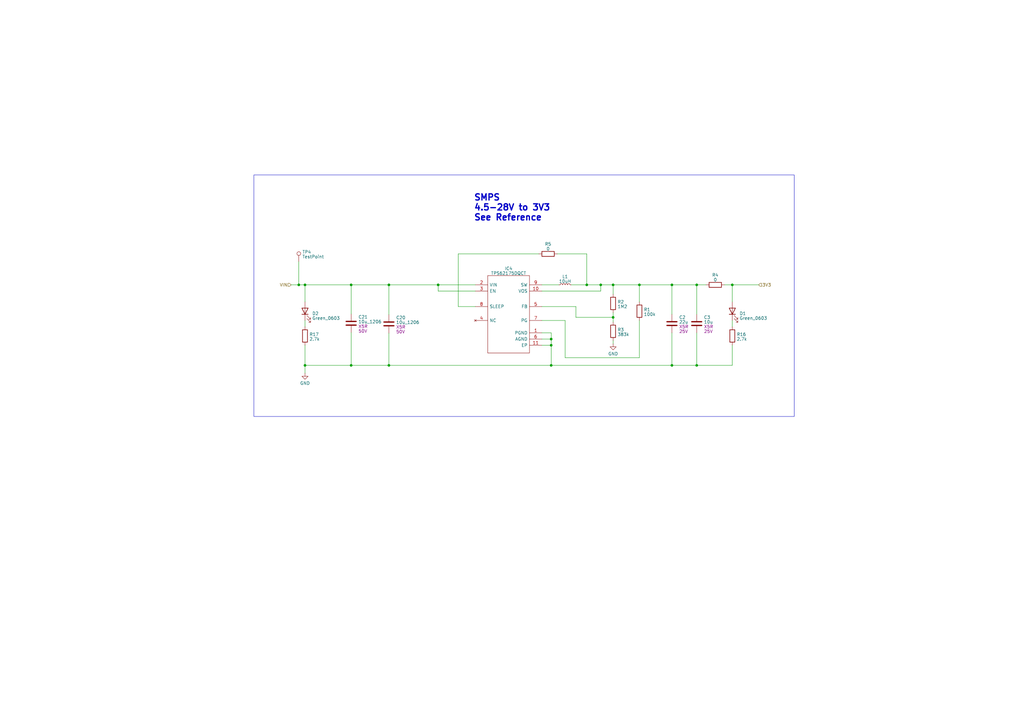
<source format=kicad_sch>
(kicad_sch
	(version 20231120)
	(generator "eeschema")
	(generator_version "8.0")
	(uuid "f6776878-70d2-4e7b-9970-ac4238879084")
	(paper "A3")
	(lib_symbols
		(symbol "Capacitor_JLC:10u"
			(pin_numbers hide)
			(pin_names
				(offset 0.254)
			)
			(exclude_from_sim no)
			(in_bom yes)
			(on_board yes)
			(property "Reference" "C"
				(at 0.635 2.54 0)
				(effects
					(font
						(size 1.27 1.27)
					)
					(justify left)
				)
			)
			(property "Value" "10u"
				(at 0.635 -2.54 0)
				(effects
					(font
						(size 1.27 1.27)
					)
					(justify left)
				)
			)
			(property "Footprint" "Capacitor_SMD:C_0805_2012Metric"
				(at 0.9652 -3.81 0)
				(effects
					(font
						(size 1.27 1.27)
					)
					(hide yes)
				)
			)
			(property "Datasheet" "~"
				(at 0 0 0)
				(effects
					(font
						(size 1.27 1.27)
					)
					(hide yes)
				)
			)
			(property "Description" "Unpolarized capacitor"
				(at 0 0 0)
				(effects
					(font
						(size 1.27 1.27)
					)
					(hide yes)
				)
			)
			(property "Type" "X5R"
				(at 5.08 2.54 0)
				(effects
					(font
						(size 1.27 1.27)
					)
				)
			)
			(property "LCSC" "C15850"
				(at 0 0 0)
				(effects
					(font
						(size 1.27 1.27)
					)
					(hide yes)
				)
			)
			(property "Voltage" "25V"
				(at 5.08 0 0)
				(effects
					(font
						(size 1.27 1.27)
					)
				)
			)
			(property "ki_keywords" "cap capacitor"
				(at 0 0 0)
				(effects
					(font
						(size 1.27 1.27)
					)
					(hide yes)
				)
			)
			(property "ki_fp_filters" "C_*"
				(at 0 0 0)
				(effects
					(font
						(size 1.27 1.27)
					)
					(hide yes)
				)
			)
			(symbol "10u_0_1"
				(polyline
					(pts
						(xy -2.032 -0.762) (xy 2.032 -0.762)
					)
					(stroke
						(width 0.508)
						(type default)
					)
					(fill
						(type none)
					)
				)
				(polyline
					(pts
						(xy -2.032 0.762) (xy 2.032 0.762)
					)
					(stroke
						(width 0.508)
						(type default)
					)
					(fill
						(type none)
					)
				)
			)
			(symbol "10u_1_1"
				(pin passive line
					(at 0 3.81 270)
					(length 2.794)
					(name "~"
						(effects
							(font
								(size 1.27 1.27)
							)
						)
					)
					(number "1"
						(effects
							(font
								(size 1.27 1.27)
							)
						)
					)
				)
				(pin passive line
					(at 0 -3.81 90)
					(length 2.794)
					(name "~"
						(effects
							(font
								(size 1.27 1.27)
							)
						)
					)
					(number "2"
						(effects
							(font
								(size 1.27 1.27)
							)
						)
					)
				)
			)
		)
		(symbol "Capacitor_JLC:10u_1206"
			(pin_numbers hide)
			(pin_names
				(offset 0.254)
			)
			(exclude_from_sim no)
			(in_bom yes)
			(on_board yes)
			(property "Reference" "C"
				(at 0.635 2.54 0)
				(effects
					(font
						(size 1.27 1.27)
					)
					(justify left)
				)
			)
			(property "Value" "10u_1206"
				(at 0.635 -2.54 0)
				(effects
					(font
						(size 1.27 1.27)
					)
					(justify left)
				)
			)
			(property "Footprint" "Capacitor_SMD:C_1206_3216Metric"
				(at 0.9652 -3.81 0)
				(effects
					(font
						(size 1.27 1.27)
					)
					(hide yes)
				)
			)
			(property "Datasheet" "https://datasheet.lcsc.com/lcsc/1912111437_TDK-C3216X7R1V106MT000E_C361179.pdf"
				(at 0 0 0)
				(effects
					(font
						(size 1.27 1.27)
					)
					(hide yes)
				)
			)
			(property "Description" "Unpolarized capacitor"
				(at 0 0 0)
				(effects
					(font
						(size 1.27 1.27)
					)
					(hide yes)
				)
			)
			(property "Type" "X5R"
				(at 5.08 2.54 0)
				(effects
					(font
						(size 1.27 1.27)
					)
				)
			)
			(property "LCSC" "C466808"
				(at 0 0 0)
				(effects
					(font
						(size 1.27 1.27)
					)
					(hide yes)
				)
			)
			(property "Voltage" "50V"
				(at 5.08 0 0)
				(effects
					(font
						(size 1.27 1.27)
					)
				)
			)
			(property "ki_keywords" "cap capacitor"
				(at 0 0 0)
				(effects
					(font
						(size 1.27 1.27)
					)
					(hide yes)
				)
			)
			(property "ki_fp_filters" "C_*"
				(at 0 0 0)
				(effects
					(font
						(size 1.27 1.27)
					)
					(hide yes)
				)
			)
			(symbol "10u_1206_0_1"
				(polyline
					(pts
						(xy -2.032 -0.762) (xy 2.032 -0.762)
					)
					(stroke
						(width 0.508)
						(type default)
					)
					(fill
						(type none)
					)
				)
				(polyline
					(pts
						(xy -2.032 0.762) (xy 2.032 0.762)
					)
					(stroke
						(width 0.508)
						(type default)
					)
					(fill
						(type none)
					)
				)
			)
			(symbol "10u_1206_1_1"
				(pin passive line
					(at 0 3.81 270)
					(length 2.794)
					(name "~"
						(effects
							(font
								(size 1.27 1.27)
							)
						)
					)
					(number "1"
						(effects
							(font
								(size 1.27 1.27)
							)
						)
					)
				)
				(pin passive line
					(at 0 -3.81 90)
					(length 2.794)
					(name "~"
						(effects
							(font
								(size 1.27 1.27)
							)
						)
					)
					(number "2"
						(effects
							(font
								(size 1.27 1.27)
							)
						)
					)
				)
			)
		)
		(symbol "Capacitor_JLC:22u"
			(pin_numbers hide)
			(pin_names
				(offset 0.254)
			)
			(exclude_from_sim no)
			(in_bom yes)
			(on_board yes)
			(property "Reference" "C"
				(at 0.635 2.54 0)
				(effects
					(font
						(size 1.27 1.27)
					)
					(justify left)
				)
			)
			(property "Value" "22u"
				(at 0.635 -2.54 0)
				(effects
					(font
						(size 1.27 1.27)
					)
					(justify left)
				)
			)
			(property "Footprint" "Capacitor_SMD:C_0805_2012Metric"
				(at 0.9652 -3.81 0)
				(effects
					(font
						(size 1.27 1.27)
					)
					(hide yes)
				)
			)
			(property "Datasheet" "~"
				(at 0 0 0)
				(effects
					(font
						(size 1.27 1.27)
					)
					(hide yes)
				)
			)
			(property "Description" "X5R 25V ±20% 22uF 0805 Multilayer Ceramic Capacitors MLCC - SMD/SMT ROHS"
				(at 0 0 0)
				(effects
					(font
						(size 1.27 1.27)
					)
					(hide yes)
				)
			)
			(property "Type" "X5R"
				(at 5.08 2.54 0)
				(effects
					(font
						(size 1.27 1.27)
					)
				)
			)
			(property "LCSC" "C602037"
				(at 0 0 0)
				(effects
					(font
						(size 1.27 1.27)
					)
					(hide yes)
				)
			)
			(property "Voltage" "25V"
				(at 5.08 0 0)
				(effects
					(font
						(size 1.27 1.27)
					)
				)
			)
			(property "ki_keywords" "cap capacitor"
				(at 0 0 0)
				(effects
					(font
						(size 1.27 1.27)
					)
					(hide yes)
				)
			)
			(property "ki_fp_filters" "C_*"
				(at 0 0 0)
				(effects
					(font
						(size 1.27 1.27)
					)
					(hide yes)
				)
			)
			(symbol "22u_0_1"
				(polyline
					(pts
						(xy -2.032 -0.762) (xy 2.032 -0.762)
					)
					(stroke
						(width 0.508)
						(type default)
					)
					(fill
						(type none)
					)
				)
				(polyline
					(pts
						(xy -2.032 0.762) (xy 2.032 0.762)
					)
					(stroke
						(width 0.508)
						(type default)
					)
					(fill
						(type none)
					)
				)
			)
			(symbol "22u_1_1"
				(pin passive line
					(at 0 3.81 270)
					(length 2.794)
					(name "~"
						(effects
							(font
								(size 1.27 1.27)
							)
						)
					)
					(number "1"
						(effects
							(font
								(size 1.27 1.27)
							)
						)
					)
				)
				(pin passive line
					(at 0 -3.81 90)
					(length 2.794)
					(name "~"
						(effects
							(font
								(size 1.27 1.27)
							)
						)
					)
					(number "2"
						(effects
							(font
								(size 1.27 1.27)
							)
						)
					)
				)
			)
		)
		(symbol "Connector:TestPoint"
			(pin_numbers hide)
			(pin_names
				(offset 0.762) hide)
			(exclude_from_sim no)
			(in_bom yes)
			(on_board yes)
			(property "Reference" "TP"
				(at 0 6.858 0)
				(effects
					(font
						(size 1.27 1.27)
					)
				)
			)
			(property "Value" "TestPoint"
				(at 0 5.08 0)
				(effects
					(font
						(size 1.27 1.27)
					)
				)
			)
			(property "Footprint" ""
				(at 5.08 0 0)
				(effects
					(font
						(size 1.27 1.27)
					)
					(hide yes)
				)
			)
			(property "Datasheet" "~"
				(at 5.08 0 0)
				(effects
					(font
						(size 1.27 1.27)
					)
					(hide yes)
				)
			)
			(property "Description" "test point"
				(at 0 0 0)
				(effects
					(font
						(size 1.27 1.27)
					)
					(hide yes)
				)
			)
			(property "ki_keywords" "test point tp"
				(at 0 0 0)
				(effects
					(font
						(size 1.27 1.27)
					)
					(hide yes)
				)
			)
			(property "ki_fp_filters" "Pin* Test*"
				(at 0 0 0)
				(effects
					(font
						(size 1.27 1.27)
					)
					(hide yes)
				)
			)
			(symbol "TestPoint_0_1"
				(circle
					(center 0 3.302)
					(radius 0.762)
					(stroke
						(width 0)
						(type default)
					)
					(fill
						(type none)
					)
				)
			)
			(symbol "TestPoint_1_1"
				(pin passive line
					(at 0 0 90)
					(length 2.54)
					(name "1"
						(effects
							(font
								(size 1.27 1.27)
							)
						)
					)
					(number "1"
						(effects
							(font
								(size 1.27 1.27)
							)
						)
					)
				)
			)
		)
		(symbol "Diode_JLC:Green_0603"
			(pin_numbers hide)
			(pin_names
				(offset 1.016) hide)
			(exclude_from_sim no)
			(in_bom yes)
			(on_board yes)
			(property "Reference" "D"
				(at 0 5.08 0)
				(effects
					(font
						(size 1.27 1.27)
					)
				)
			)
			(property "Value" "Green_0603"
				(at 0 3.175 0)
				(effects
					(font
						(size 1.27 1.27)
					)
				)
			)
			(property "Footprint" "LED_SMD:LED_0603_1608Metric"
				(at 29.21 -1.27 0)
				(effects
					(font
						(size 1.27 1.27)
					)
					(hide yes)
				)
			)
			(property "Datasheet" "https://datasheet.lcsc.com/lcsc/1811101510_Everlight-Elec-19-217-GHC-YR1S2-3T_C72043.pdf"
				(at 63.5 1.27 0)
				(effects
					(font
						(size 1.27 1.27)
					)
					(hide yes)
				)
			)
			(property "Description" "20mA 285mcd 3.3V 518nm Colorless transparence -40℃~+85℃ 520nm~535nm Emerald 120° 110mW 0603 Light Emitting Diodes (LED) ROHS"
				(at 0 0 0)
				(effects
					(font
						(size 1.27 1.27)
					)
					(hide yes)
				)
			)
			(property "LCSC" "C72043"
				(at 17.78 3.81 0)
				(effects
					(font
						(size 1.27 1.27)
					)
					(hide yes)
				)
			)
			(property "ki_keywords" "LED diode"
				(at 0 0 0)
				(effects
					(font
						(size 1.27 1.27)
					)
					(hide yes)
				)
			)
			(property "ki_fp_filters" "LED* LED_SMD:* LED_THT:*"
				(at 0 0 0)
				(effects
					(font
						(size 1.27 1.27)
					)
					(hide yes)
				)
			)
			(symbol "Green_0603_0_1"
				(polyline
					(pts
						(xy -1.27 -1.27) (xy -1.27 1.27)
					)
					(stroke
						(width 0.254)
						(type default)
					)
					(fill
						(type none)
					)
				)
				(polyline
					(pts
						(xy -1.27 0) (xy 1.27 0)
					)
					(stroke
						(width 0)
						(type default)
					)
					(fill
						(type none)
					)
				)
				(polyline
					(pts
						(xy 1.27 -1.27) (xy 1.27 1.27) (xy -1.27 0) (xy 1.27 -1.27)
					)
					(stroke
						(width 0.254)
						(type default)
					)
					(fill
						(type none)
					)
				)
				(polyline
					(pts
						(xy -3.048 -0.762) (xy -4.572 -2.286) (xy -3.81 -2.286) (xy -4.572 -2.286) (xy -4.572 -1.524)
					)
					(stroke
						(width 0)
						(type default)
					)
					(fill
						(type none)
					)
				)
				(polyline
					(pts
						(xy -1.778 -0.762) (xy -3.302 -2.286) (xy -2.54 -2.286) (xy -3.302 -2.286) (xy -3.302 -1.524)
					)
					(stroke
						(width 0)
						(type default)
					)
					(fill
						(type none)
					)
				)
			)
			(symbol "Green_0603_1_1"
				(pin passive line
					(at -3.81 0 0)
					(length 2.54)
					(name "K"
						(effects
							(font
								(size 1.27 1.27)
							)
						)
					)
					(number "1"
						(effects
							(font
								(size 1.27 1.27)
							)
						)
					)
				)
				(pin passive line
					(at 3.81 0 180)
					(length 2.54)
					(name "A"
						(effects
							(font
								(size 1.27 1.27)
							)
						)
					)
					(number "2"
						(effects
							(font
								(size 1.27 1.27)
							)
						)
					)
				)
			)
		)
		(symbol "Inductor_JLC:10uH"
			(pin_numbers hide)
			(pin_names
				(offset 0.254) hide)
			(exclude_from_sim no)
			(in_bom yes)
			(on_board yes)
			(property "Reference" "L"
				(at 0.762 1.016 0)
				(effects
					(font
						(size 1.27 1.27)
					)
					(justify left)
				)
			)
			(property "Value" "10uH"
				(at 0.762 -1.016 0)
				(effects
					(font
						(size 1.27 1.27)
					)
					(justify left)
				)
			)
			(property "Footprint" "SamacSys_Parts:INDPM4040X300N"
				(at 31.9024 3.0988 0)
				(effects
					(font
						(size 1.27 1.27)
					)
					(hide yes)
				)
			)
			(property "Datasheet" "https://datasheet.lcsc.com/lcsc/2110091630_Sunlord-SWPA4030S100MT_C38117.pdf"
				(at 56.6928 5.7404 0)
				(effects
					(font
						(size 1.27 1.27)
					)
					(hide yes)
				)
			)
			(property "Description" "1.5A 10uH ±20% 130mΩ SMD Power Inductors ROHS"
				(at 0 0 0)
				(effects
					(font
						(size 1.27 1.27)
					)
					(hide yes)
				)
			)
			(property "LCSC" "C38117"
				(at 18.7452 0.8636 0)
				(effects
					(font
						(size 1.27 1.27)
					)
					(hide yes)
				)
			)
			(property "ki_keywords" "inductor choke coil reactor magnetic"
				(at 0 0 0)
				(effects
					(font
						(size 1.27 1.27)
					)
					(hide yes)
				)
			)
			(property "ki_fp_filters" "Choke_* *Coil* Inductor_* L_*"
				(at 0 0 0)
				(effects
					(font
						(size 1.27 1.27)
					)
					(hide yes)
				)
			)
			(symbol "10uH_0_1"
				(arc
					(start 0 -2.032)
					(mid 0.5058 -1.524)
					(end 0 -1.016)
					(stroke
						(width 0)
						(type default)
					)
					(fill
						(type none)
					)
				)
				(arc
					(start 0 -1.016)
					(mid 0.5058 -0.508)
					(end 0 0)
					(stroke
						(width 0)
						(type default)
					)
					(fill
						(type none)
					)
				)
				(arc
					(start 0 0)
					(mid 0.5058 0.508)
					(end 0 1.016)
					(stroke
						(width 0)
						(type default)
					)
					(fill
						(type none)
					)
				)
				(arc
					(start 0 1.016)
					(mid 0.5058 1.524)
					(end 0 2.032)
					(stroke
						(width 0)
						(type default)
					)
					(fill
						(type none)
					)
				)
			)
			(symbol "10uH_1_1"
				(pin passive line
					(at 0 2.54 270)
					(length 0.508)
					(name "~"
						(effects
							(font
								(size 1.27 1.27)
							)
						)
					)
					(number "1"
						(effects
							(font
								(size 1.27 1.27)
							)
						)
					)
				)
				(pin passive line
					(at 0 -2.54 90)
					(length 0.508)
					(name "~"
						(effects
							(font
								(size 1.27 1.27)
							)
						)
					)
					(number "2"
						(effects
							(font
								(size 1.27 1.27)
							)
						)
					)
				)
			)
		)
		(symbol "Power-Drivers_JLC:TPS62175DQCT"
			(pin_names
				(offset 0.762)
			)
			(exclude_from_sim no)
			(in_bom yes)
			(on_board yes)
			(property "Reference" "IC"
				(at 0 3.81 0)
				(effects
					(font
						(size 1.27 1.27)
					)
					(justify left)
				)
			)
			(property "Value" "TPS62175DQCT"
				(at 0 1.27 0)
				(effects
					(font
						(size 1.27 1.27)
					)
					(justify left)
				)
			)
			(property "Footprint" "SON50P200X300X80-11N"
				(at 50.8 -1.27 0)
				(effects
					(font
						(size 1.27 1.27)
					)
					(justify left)
					(hide yes)
				)
			)
			(property "Datasheet" "http://www.ti.com/lit/ds/symlink/tps62175.pdf"
				(at 50.8 -3.81 0)
				(effects
					(font
						(size 1.27 1.27)
					)
					(justify left)
					(hide yes)
				)
			)
			(property "Description" "28V 0.5A StepDown Converter Sleep WSON10 Texas Instruments TPS62175DQCT, Step Down DC-DC Converter, 500mA, Adjustable, 1  6 V, 10-Pin WSON"
				(at 50.8 -6.35 0)
				(effects
					(font
						(size 1.27 1.27)
					)
					(justify left)
					(hide yes)
				)
			)
			(property "Height" "0.8"
				(at 50.8 -8.89 0)
				(effects
					(font
						(size 1.27 1.27)
					)
					(justify left)
					(hide yes)
				)
			)
			(property "Manufacturer_Name" "Texas Instruments"
				(at 50.8 -11.43 0)
				(effects
					(font
						(size 1.27 1.27)
					)
					(justify left)
					(hide yes)
				)
			)
			(property "Manufacturer_Part_Number" "TPS62175DQCT"
				(at 50.8 -13.97 0)
				(effects
					(font
						(size 1.27 1.27)
					)
					(justify left)
					(hide yes)
				)
			)
			(property "Mouser Part Number" "595-TPS62175DQCT"
				(at 50.8 -16.51 0)
				(effects
					(font
						(size 1.27 1.27)
					)
					(justify left)
					(hide yes)
				)
			)
			(property "Mouser Price/Stock" "https://www.mouser.co.uk/ProductDetail/Texas-Instruments/TPS62175DQCT?qs=4whTb%2F0XQMhBaDZDaJHbIw%3D%3D"
				(at 50.8 -19.05 0)
				(effects
					(font
						(size 1.27 1.27)
					)
					(justify left)
					(hide yes)
				)
			)
			(property "Arrow Part Number" "TPS62175DQCT"
				(at 50.8 -21.59 0)
				(effects
					(font
						(size 1.27 1.27)
					)
					(justify left)
					(hide yes)
				)
			)
			(property "Arrow Price/Stock" "https://www.arrow.com/en/products/tps62175dqct/texas-instruments?region=nac"
				(at 50.8 -24.13 0)
				(effects
					(font
						(size 1.27 1.27)
					)
					(justify left)
					(hide yes)
				)
			)
			(property "LCSC" "C32097"
				(at 54.61 -26.67 0)
				(effects
					(font
						(size 1.27 1.27)
					)
					(hide yes)
				)
			)
			(symbol "TPS62175DQCT_0_0"
				(pin passive line
					(at 22.225 -23.495 180)
					(length 5.08)
					(name "PGND"
						(effects
							(font
								(size 1.27 1.27)
							)
						)
					)
					(number "1"
						(effects
							(font
								(size 1.27 1.27)
							)
						)
					)
				)
				(pin passive line
					(at 22.225 -6.35 180)
					(length 5.08)
					(name "VOS"
						(effects
							(font
								(size 1.27 1.27)
							)
						)
					)
					(number "10"
						(effects
							(font
								(size 1.27 1.27)
							)
						)
					)
				)
				(pin passive line
					(at 22.225 -28.575 180)
					(length 5.08)
					(name "EP"
						(effects
							(font
								(size 1.27 1.27)
							)
						)
					)
					(number "11"
						(effects
							(font
								(size 1.27 1.27)
							)
						)
					)
				)
				(pin passive line
					(at -5.08 -3.81 0)
					(length 5.08)
					(name "VIN"
						(effects
							(font
								(size 1.27 1.27)
							)
						)
					)
					(number "2"
						(effects
							(font
								(size 1.27 1.27)
							)
						)
					)
				)
				(pin passive line
					(at -5.08 -6.35 0)
					(length 5.08)
					(name "EN"
						(effects
							(font
								(size 1.27 1.27)
							)
						)
					)
					(number "3"
						(effects
							(font
								(size 1.27 1.27)
							)
						)
					)
				)
				(pin no_connect line
					(at -5.08 -18.415 0)
					(length 5.08)
					(name "NC"
						(effects
							(font
								(size 1.27 1.27)
							)
						)
					)
					(number "4"
						(effects
							(font
								(size 1.27 1.27)
							)
						)
					)
				)
				(pin passive line
					(at 22.225 -12.7 180)
					(length 5.08)
					(name "FB"
						(effects
							(font
								(size 1.27 1.27)
							)
						)
					)
					(number "5"
						(effects
							(font
								(size 1.27 1.27)
							)
						)
					)
				)
				(pin passive line
					(at 22.225 -26.035 180)
					(length 5.08)
					(name "AGND"
						(effects
							(font
								(size 1.27 1.27)
							)
						)
					)
					(number "6"
						(effects
							(font
								(size 1.27 1.27)
							)
						)
					)
				)
				(pin passive line
					(at 22.225 -18.415 180)
					(length 5.08)
					(name "PG"
						(effects
							(font
								(size 1.27 1.27)
							)
						)
					)
					(number "7"
						(effects
							(font
								(size 1.27 1.27)
							)
						)
					)
				)
				(pin passive line
					(at -5.08 -12.7 0)
					(length 5.08)
					(name "SLEEP"
						(effects
							(font
								(size 1.27 1.27)
							)
						)
					)
					(number "8"
						(effects
							(font
								(size 1.27 1.27)
							)
						)
					)
				)
				(pin passive line
					(at 22.225 -3.81 180)
					(length 5.08)
					(name "SW"
						(effects
							(font
								(size 1.27 1.27)
							)
						)
					)
					(number "9"
						(effects
							(font
								(size 1.27 1.27)
							)
						)
					)
				)
			)
			(symbol "TPS62175DQCT_0_1"
				(rectangle
					(start 0 0)
					(end 17.145 -31.75)
					(stroke
						(width 0)
						(type default)
					)
					(fill
						(type none)
					)
				)
			)
		)
		(symbol "Resistor_JLC:0"
			(pin_numbers hide)
			(pin_names
				(offset 0)
			)
			(exclude_from_sim no)
			(in_bom yes)
			(on_board yes)
			(property "Reference" "R"
				(at 2.032 0 90)
				(effects
					(font
						(size 1.27 1.27)
					)
				)
			)
			(property "Value" "0"
				(at 0 0 90)
				(effects
					(font
						(size 1.27 1.27)
					)
				)
			)
			(property "Footprint" "Resistor_SMD:R_0805_2012Metric_Pad1.20x1.40mm_HandSolder"
				(at -1.778 0 90)
				(effects
					(font
						(size 1.27 1.27)
					)
					(hide yes)
				)
			)
			(property "Datasheet" "~"
				(at 0 0 0)
				(effects
					(font
						(size 1.27 1.27)
					)
					(hide yes)
				)
			)
			(property "Description" "CHIP RESISTOR - SURFACE MOUNT 0OHMS ±1% 1/8W 0805 ROHS"
				(at 0 0 0)
				(effects
					(font
						(size 1.27 1.27)
					)
					(hide yes)
				)
			)
			(property "LCSC" "C17477"
				(at 0 0 0)
				(effects
					(font
						(size 1.27 1.27)
					)
					(hide yes)
				)
			)
			(property "ki_keywords" "R res resistor"
				(at 0 0 0)
				(effects
					(font
						(size 1.27 1.27)
					)
					(hide yes)
				)
			)
			(property "ki_fp_filters" "R_*"
				(at 0 0 0)
				(effects
					(font
						(size 1.27 1.27)
					)
					(hide yes)
				)
			)
			(symbol "0_0_1"
				(rectangle
					(start -1.016 -2.54)
					(end 1.016 2.54)
					(stroke
						(width 0.254)
						(type default)
					)
					(fill
						(type none)
					)
				)
			)
			(symbol "0_1_1"
				(pin passive line
					(at 0 3.81 270)
					(length 1.27)
					(name "~"
						(effects
							(font
								(size 1.27 1.27)
							)
						)
					)
					(number "1"
						(effects
							(font
								(size 1.27 1.27)
							)
						)
					)
				)
				(pin passive line
					(at 0 -3.81 90)
					(length 1.27)
					(name "~"
						(effects
							(font
								(size 1.27 1.27)
							)
						)
					)
					(number "2"
						(effects
							(font
								(size 1.27 1.27)
							)
						)
					)
				)
			)
		)
		(symbol "Resistor_JLC:100k"
			(pin_numbers hide)
			(pin_names
				(offset 0)
			)
			(exclude_from_sim no)
			(in_bom yes)
			(on_board yes)
			(property "Reference" "R"
				(at 2.032 0 90)
				(effects
					(font
						(size 1.27 1.27)
					)
				)
			)
			(property "Value" "100k"
				(at 0 0 90)
				(effects
					(font
						(size 1.27 1.27)
					)
				)
			)
			(property "Footprint" "Resistor_SMD:R_0402_1005Metric"
				(at -1.778 0 90)
				(effects
					(font
						(size 1.27 1.27)
					)
					(hide yes)
				)
			)
			(property "Datasheet" "~"
				(at 0 0 0)
				(effects
					(font
						(size 1.27 1.27)
					)
					(hide yes)
				)
			)
			(property "Description" "Resistor"
				(at 0 0 0)
				(effects
					(font
						(size 1.27 1.27)
					)
					(hide yes)
				)
			)
			(property "LCSC" "C25741"
				(at 0 0 0)
				(effects
					(font
						(size 1.27 1.27)
					)
					(hide yes)
				)
			)
			(property "ki_keywords" "R res resistor"
				(at 0 0 0)
				(effects
					(font
						(size 1.27 1.27)
					)
					(hide yes)
				)
			)
			(property "ki_fp_filters" "R_*"
				(at 0 0 0)
				(effects
					(font
						(size 1.27 1.27)
					)
					(hide yes)
				)
			)
			(symbol "100k_0_1"
				(rectangle
					(start -1.016 -2.54)
					(end 1.016 2.54)
					(stroke
						(width 0.254)
						(type default)
					)
					(fill
						(type none)
					)
				)
			)
			(symbol "100k_1_1"
				(pin passive line
					(at 0 3.81 270)
					(length 1.27)
					(name "~"
						(effects
							(font
								(size 1.27 1.27)
							)
						)
					)
					(number "1"
						(effects
							(font
								(size 1.27 1.27)
							)
						)
					)
				)
				(pin passive line
					(at 0 -3.81 90)
					(length 1.27)
					(name "~"
						(effects
							(font
								(size 1.27 1.27)
							)
						)
					)
					(number "2"
						(effects
							(font
								(size 1.27 1.27)
							)
						)
					)
				)
			)
		)
		(symbol "Resistor_JLC:1M2"
			(pin_numbers hide)
			(pin_names
				(offset 0)
			)
			(exclude_from_sim no)
			(in_bom yes)
			(on_board yes)
			(property "Reference" "R"
				(at 2.032 0 90)
				(effects
					(font
						(size 1.27 1.27)
					)
				)
			)
			(property "Value" "1M2"
				(at 0 0 90)
				(effects
					(font
						(size 1.27 1.27)
					)
				)
			)
			(property "Footprint" "Resistor_SMD:R_0402_1005Metric"
				(at -1.778 0 90)
				(effects
					(font
						(size 1.27 1.27)
					)
					(hide yes)
				)
			)
			(property "Datasheet" "~"
				(at 0 0 0)
				(effects
					(font
						(size 1.27 1.27)
					)
					(hide yes)
				)
			)
			(property "Description" "100mW Thick Film Resistors ±5% -400ppm/℃~+150ppm/℃ -55℃~+155℃ 1.2MΩ 0402  Chip Resistor - Surface Mount ROHS"
				(at 0 0 0)
				(effects
					(font
						(size 1.27 1.27)
					)
					(hide yes)
				)
			)
			(property "LCSC" "C413030"
				(at 0 0 0)
				(effects
					(font
						(size 1.27 1.27)
					)
					(hide yes)
				)
			)
			(property "ki_keywords" "R res resistor"
				(at 0 0 0)
				(effects
					(font
						(size 1.27 1.27)
					)
					(hide yes)
				)
			)
			(property "ki_fp_filters" "R_*"
				(at 0 0 0)
				(effects
					(font
						(size 1.27 1.27)
					)
					(hide yes)
				)
			)
			(symbol "1M2_0_1"
				(rectangle
					(start -1.016 -2.54)
					(end 1.016 2.54)
					(stroke
						(width 0.254)
						(type default)
					)
					(fill
						(type none)
					)
				)
			)
			(symbol "1M2_1_1"
				(pin passive line
					(at 0 3.81 270)
					(length 1.27)
					(name "~"
						(effects
							(font
								(size 1.27 1.27)
							)
						)
					)
					(number "1"
						(effects
							(font
								(size 1.27 1.27)
							)
						)
					)
				)
				(pin passive line
					(at 0 -3.81 90)
					(length 1.27)
					(name "~"
						(effects
							(font
								(size 1.27 1.27)
							)
						)
					)
					(number "2"
						(effects
							(font
								(size 1.27 1.27)
							)
						)
					)
				)
			)
		)
		(symbol "Resistor_JLC:2.7k"
			(pin_numbers hide)
			(pin_names
				(offset 0)
			)
			(exclude_from_sim no)
			(in_bom yes)
			(on_board yes)
			(property "Reference" "R"
				(at 2.032 0 90)
				(effects
					(font
						(size 1.27 1.27)
					)
				)
			)
			(property "Value" "2.7k"
				(at 0 0 90)
				(effects
					(font
						(size 1.27 1.27)
					)
				)
			)
			(property "Footprint" "Resistor_SMD:R_0402_1005Metric"
				(at -1.778 0 90)
				(effects
					(font
						(size 1.27 1.27)
					)
					(hide yes)
				)
			)
			(property "Datasheet" "~"
				(at 0 0 0)
				(effects
					(font
						(size 1.27 1.27)
					)
					(hide yes)
				)
			)
			(property "Description" "CHIP RESISTOR - SURFACE MOUNT 2.7KOHMS ±1% 1/16W 0402 ROHS"
				(at 0 0 0)
				(effects
					(font
						(size 1.27 1.27)
					)
					(hide yes)
				)
			)
			(property "LCSC" "C25885"
				(at 0 0 0)
				(effects
					(font
						(size 1.27 1.27)
					)
					(hide yes)
				)
			)
			(property "ki_keywords" "R res resistor"
				(at 0 0 0)
				(effects
					(font
						(size 1.27 1.27)
					)
					(hide yes)
				)
			)
			(property "ki_fp_filters" "R_*"
				(at 0 0 0)
				(effects
					(font
						(size 1.27 1.27)
					)
					(hide yes)
				)
			)
			(symbol "2.7k_0_1"
				(rectangle
					(start -1.016 -2.54)
					(end 1.016 2.54)
					(stroke
						(width 0.254)
						(type default)
					)
					(fill
						(type none)
					)
				)
			)
			(symbol "2.7k_1_1"
				(pin passive line
					(at 0 3.81 270)
					(length 1.27)
					(name "~"
						(effects
							(font
								(size 1.27 1.27)
							)
						)
					)
					(number "1"
						(effects
							(font
								(size 1.27 1.27)
							)
						)
					)
				)
				(pin passive line
					(at 0 -3.81 90)
					(length 1.27)
					(name "~"
						(effects
							(font
								(size 1.27 1.27)
							)
						)
					)
					(number "2"
						(effects
							(font
								(size 1.27 1.27)
							)
						)
					)
				)
			)
		)
		(symbol "Resistor_JLC:383k"
			(pin_numbers hide)
			(pin_names
				(offset 0)
			)
			(exclude_from_sim no)
			(in_bom yes)
			(on_board yes)
			(property "Reference" "R"
				(at 2.032 0 90)
				(effects
					(font
						(size 1.27 1.27)
					)
				)
			)
			(property "Value" "383k"
				(at 0 0 90)
				(effects
					(font
						(size 1.27 1.27)
					)
				)
			)
			(property "Footprint" "Resistor_SMD:R_0402_1005Metric"
				(at -1.778 0 90)
				(effects
					(font
						(size 1.27 1.27)
					)
					(hide yes)
				)
			)
			(property "Datasheet" "~"
				(at 0 0 0)
				(effects
					(font
						(size 1.27 1.27)
					)
					(hide yes)
				)
			)
			(property "Description" "62.5mW Thick Film Resistors 50V ±100ppm/℃ ±1% -55℃~+155℃ 383kΩ 0402  Chip Resistor - Surface Mount ROHS"
				(at 0 0 0)
				(effects
					(font
						(size 1.27 1.27)
					)
					(hide yes)
				)
			)
			(property "LCSC" "C163468"
				(at 0 0 0)
				(effects
					(font
						(size 1.27 1.27)
					)
					(hide yes)
				)
			)
			(property "ki_keywords" "R res resistor"
				(at 0 0 0)
				(effects
					(font
						(size 1.27 1.27)
					)
					(hide yes)
				)
			)
			(property "ki_fp_filters" "R_*"
				(at 0 0 0)
				(effects
					(font
						(size 1.27 1.27)
					)
					(hide yes)
				)
			)
			(symbol "383k_0_1"
				(rectangle
					(start -1.016 -2.54)
					(end 1.016 2.54)
					(stroke
						(width 0.254)
						(type default)
					)
					(fill
						(type none)
					)
				)
			)
			(symbol "383k_1_1"
				(pin passive line
					(at 0 3.81 270)
					(length 1.27)
					(name "~"
						(effects
							(font
								(size 1.27 1.27)
							)
						)
					)
					(number "1"
						(effects
							(font
								(size 1.27 1.27)
							)
						)
					)
				)
				(pin passive line
					(at 0 -3.81 90)
					(length 1.27)
					(name "~"
						(effects
							(font
								(size 1.27 1.27)
							)
						)
					)
					(number "2"
						(effects
							(font
								(size 1.27 1.27)
							)
						)
					)
				)
			)
		)
		(symbol "power:GND"
			(power)
			(pin_names
				(offset 0)
			)
			(exclude_from_sim no)
			(in_bom yes)
			(on_board yes)
			(property "Reference" "#PWR"
				(at 0 -6.35 0)
				(effects
					(font
						(size 1.27 1.27)
					)
					(hide yes)
				)
			)
			(property "Value" "GND"
				(at 0 -3.81 0)
				(effects
					(font
						(size 1.27 1.27)
					)
				)
			)
			(property "Footprint" ""
				(at 0 0 0)
				(effects
					(font
						(size 1.27 1.27)
					)
					(hide yes)
				)
			)
			(property "Datasheet" ""
				(at 0 0 0)
				(effects
					(font
						(size 1.27 1.27)
					)
					(hide yes)
				)
			)
			(property "Description" "Power symbol creates a global label with name \"GND\" , ground"
				(at 0 0 0)
				(effects
					(font
						(size 1.27 1.27)
					)
					(hide yes)
				)
			)
			(property "ki_keywords" "global power"
				(at 0 0 0)
				(effects
					(font
						(size 1.27 1.27)
					)
					(hide yes)
				)
			)
			(symbol "GND_0_1"
				(polyline
					(pts
						(xy 0 0) (xy 0 -1.27) (xy 1.27 -1.27) (xy 0 -2.54) (xy -1.27 -1.27) (xy 0 -1.27)
					)
					(stroke
						(width 0)
						(type default)
					)
					(fill
						(type none)
					)
				)
			)
			(symbol "GND_1_1"
				(pin power_in line
					(at 0 0 270)
					(length 0) hide
					(name "GND"
						(effects
							(font
								(size 1.27 1.27)
							)
						)
					)
					(number "1"
						(effects
							(font
								(size 1.27 1.27)
							)
						)
					)
				)
			)
		)
	)
	(junction
		(at 125.095 116.84)
		(diameter 0)
		(color 0 0 0 0)
		(uuid "17a64660-f662-4477-a5cc-0a5f4738c9bd")
	)
	(junction
		(at 300.355 116.84)
		(diameter 0)
		(color 0 0 0 0)
		(uuid "1cf8491b-b323-4b52-84d6-1bd0a355b686")
	)
	(junction
		(at 275.59 149.86)
		(diameter 0)
		(color 0 0 0 0)
		(uuid "2697f1ad-d5aa-438a-a9fb-e429d8e2b917")
	)
	(junction
		(at 285.75 149.86)
		(diameter 0)
		(color 0 0 0 0)
		(uuid "2f8b0885-12d1-453d-9794-e415a99eb41e")
	)
	(junction
		(at 262.255 116.84)
		(diameter 0)
		(color 0 0 0 0)
		(uuid "31a93811-a2eb-4cbf-ad9b-819bc503de87")
	)
	(junction
		(at 226.06 141.605)
		(diameter 0)
		(color 0 0 0 0)
		(uuid "3eb8450c-3c48-4d50-864e-794f5a3f9e45")
	)
	(junction
		(at 179.705 116.84)
		(diameter 0)
		(color 0 0 0 0)
		(uuid "45b95bd5-f6cc-4f47-8161-14b9882be81c")
	)
	(junction
		(at 226.06 139.065)
		(diameter 0)
		(color 0 0 0 0)
		(uuid "52258570-ea79-4d00-b6f1-15124f6e659c")
	)
	(junction
		(at 246.38 116.84)
		(diameter 0)
		(color 0 0 0 0)
		(uuid "59e5a519-c476-49fc-96cd-dd23cdec9485")
	)
	(junction
		(at 251.46 116.84)
		(diameter 0)
		(color 0 0 0 0)
		(uuid "6287bf74-f039-4fc3-82eb-455619c59088")
	)
	(junction
		(at 159.512 149.86)
		(diameter 0)
		(color 0 0 0 0)
		(uuid "78bc5477-a6d7-430b-9bd6-f04ed3fb051b")
	)
	(junction
		(at 275.59 116.84)
		(diameter 0)
		(color 0 0 0 0)
		(uuid "79750d86-388a-46d1-8c69-31a9c5ecda35")
	)
	(junction
		(at 144.018 149.86)
		(diameter 0)
		(color 0 0 0 0)
		(uuid "901de0fa-b091-43c9-9c8f-82af035769bf")
	)
	(junction
		(at 240.665 116.84)
		(diameter 0)
		(color 0 0 0 0)
		(uuid "9de188da-028d-4c17-ba93-d985be9b6494")
	)
	(junction
		(at 251.46 130.175)
		(diameter 0)
		(color 0 0 0 0)
		(uuid "9ef3a763-2d56-4727-b462-a92a9171cb7f")
	)
	(junction
		(at 125.095 149.86)
		(diameter 0)
		(color 0 0 0 0)
		(uuid "a87c2a6b-cb33-49ba-8055-4bc49d9995db")
	)
	(junction
		(at 144.018 116.84)
		(diameter 0)
		(color 0 0 0 0)
		(uuid "a8a60aff-afc5-4695-b0c8-0a02adb64f8e")
	)
	(junction
		(at 285.75 116.84)
		(diameter 0)
		(color 0 0 0 0)
		(uuid "b1460012-7208-4a74-bc79-424c6e8fb0e0")
	)
	(junction
		(at 159.512 116.84)
		(diameter 0)
		(color 0 0 0 0)
		(uuid "be877bf2-0598-4fe7-a1d6-09d92d9b2406")
	)
	(junction
		(at 226.06 149.86)
		(diameter 0)
		(color 0 0 0 0)
		(uuid "bfc81ed7-a73b-48eb-a438-d605ba48cd9f")
	)
	(junction
		(at 122.555 116.84)
		(diameter 0)
		(color 0 0 0 0)
		(uuid "c5ce8baa-0839-4c23-9627-63ec6d092fc4")
	)
	(wire
		(pts
			(xy 125.095 131.445) (xy 125.095 133.985)
		)
		(stroke
			(width 0)
			(type default)
		)
		(uuid "03e7e739-de15-4206-aada-c9f6e65be40e")
	)
	(wire
		(pts
			(xy 159.512 149.86) (xy 226.06 149.86)
		)
		(stroke
			(width 0)
			(type default)
		)
		(uuid "05ec5f14-2a58-4cc3-9c00-efe6a66618ab")
	)
	(wire
		(pts
			(xy 275.59 136.525) (xy 275.59 149.86)
		)
		(stroke
			(width 0)
			(type default)
		)
		(uuid "095de761-c3cb-4deb-8e2d-a6758de948a0")
	)
	(wire
		(pts
			(xy 222.25 125.73) (xy 236.22 125.73)
		)
		(stroke
			(width 0)
			(type default)
		)
		(uuid "0a826af4-c409-4dca-892a-af7710ccd1dd")
	)
	(wire
		(pts
			(xy 144.018 136.398) (xy 144.018 149.86)
		)
		(stroke
			(width 0)
			(type default)
		)
		(uuid "0aee8723-4386-4631-b156-797a3db19fca")
	)
	(wire
		(pts
			(xy 262.255 123.825) (xy 262.255 116.84)
		)
		(stroke
			(width 0)
			(type default)
		)
		(uuid "0ca96c6d-2c3a-4d22-9e12-4380660971ac")
	)
	(wire
		(pts
			(xy 262.255 146.685) (xy 262.255 131.445)
		)
		(stroke
			(width 0)
			(type default)
		)
		(uuid "0e5fecf1-4865-44f7-824d-7dd551d46953")
	)
	(wire
		(pts
			(xy 122.555 107.315) (xy 122.555 116.84)
		)
		(stroke
			(width 0)
			(type default)
		)
		(uuid "1142c073-8736-45d9-9b60-4bf4f463647a")
	)
	(wire
		(pts
			(xy 159.512 129.032) (xy 159.512 116.84)
		)
		(stroke
			(width 0)
			(type default)
		)
		(uuid "150c6897-9991-4c03-a3e7-ca4da729fa24")
	)
	(wire
		(pts
			(xy 226.06 136.525) (xy 226.06 139.065)
		)
		(stroke
			(width 0)
			(type default)
		)
		(uuid "23c6af95-a575-452d-a12d-b4b40a2c393c")
	)
	(wire
		(pts
			(xy 300.355 123.825) (xy 300.355 116.84)
		)
		(stroke
			(width 0)
			(type default)
		)
		(uuid "2709fa8c-972c-4125-82a6-b08a76c71395")
	)
	(wire
		(pts
			(xy 125.095 123.825) (xy 125.095 116.84)
		)
		(stroke
			(width 0)
			(type default)
		)
		(uuid "2fbaaeac-a9bd-45bf-ac69-55df8ad3f1ab")
	)
	(wire
		(pts
			(xy 300.355 141.605) (xy 300.355 149.86)
		)
		(stroke
			(width 0)
			(type default)
		)
		(uuid "334a2c6c-0268-4774-bd5a-9ebf58d7fdb7")
	)
	(wire
		(pts
			(xy 222.25 119.38) (xy 246.38 119.38)
		)
		(stroke
			(width 0)
			(type default)
		)
		(uuid "35d4bd0f-6c95-4dac-bebe-4f0d758565a5")
	)
	(wire
		(pts
			(xy 226.06 139.065) (xy 226.06 141.605)
		)
		(stroke
			(width 0)
			(type default)
		)
		(uuid "41c120b3-7b84-4293-a163-623449232a84")
	)
	(wire
		(pts
			(xy 236.22 130.175) (xy 251.46 130.175)
		)
		(stroke
			(width 0)
			(type default)
		)
		(uuid "4520b0a4-e496-43c4-a9fc-7e4c7d8f1c38")
	)
	(wire
		(pts
			(xy 222.25 116.84) (xy 229.235 116.84)
		)
		(stroke
			(width 0)
			(type default)
		)
		(uuid "49978667-fdec-476c-a00c-641862ea44bd")
	)
	(wire
		(pts
			(xy 246.38 119.38) (xy 246.38 116.84)
		)
		(stroke
			(width 0)
			(type default)
		)
		(uuid "4b9f2906-b917-48e0-922c-c9f0a5afd16b")
	)
	(wire
		(pts
			(xy 119.38 116.84) (xy 122.555 116.84)
		)
		(stroke
			(width 0)
			(type default)
		)
		(uuid "4d551bee-4781-4b4b-87e7-ba7d9dae88e4")
	)
	(wire
		(pts
			(xy 187.96 125.73) (xy 187.96 104.14)
		)
		(stroke
			(width 0)
			(type default)
		)
		(uuid "509c9478-e5ac-41d3-b8d1-8d1782ef2bbd")
	)
	(wire
		(pts
			(xy 251.46 116.84) (xy 251.46 120.65)
		)
		(stroke
			(width 0)
			(type default)
		)
		(uuid "50c18672-bc35-4632-8b0d-fc10da57f893")
	)
	(wire
		(pts
			(xy 275.59 116.84) (xy 262.255 116.84)
		)
		(stroke
			(width 0)
			(type default)
		)
		(uuid "57307939-d41e-4c1e-a714-ad4d57813315")
	)
	(wire
		(pts
			(xy 297.18 116.84) (xy 300.355 116.84)
		)
		(stroke
			(width 0)
			(type default)
		)
		(uuid "6389c8a3-f0c6-4bb6-8949-7ee5dd6aa49f")
	)
	(wire
		(pts
			(xy 159.512 136.652) (xy 159.512 149.86)
		)
		(stroke
			(width 0)
			(type default)
		)
		(uuid "6c63ce83-88f9-4cc2-839a-854fad53cdce")
	)
	(wire
		(pts
			(xy 144.018 116.84) (xy 159.512 116.84)
		)
		(stroke
			(width 0)
			(type default)
		)
		(uuid "7bab8954-67dd-48e2-9755-b846089dae6e")
	)
	(wire
		(pts
			(xy 285.75 136.525) (xy 285.75 149.86)
		)
		(stroke
			(width 0)
			(type default)
		)
		(uuid "7be09bbd-5da4-43f4-a19b-12ad465dc712")
	)
	(wire
		(pts
			(xy 144.018 149.86) (xy 159.512 149.86)
		)
		(stroke
			(width 0)
			(type default)
		)
		(uuid "7c97f2d7-be25-4d03-9f7b-79abcd288014")
	)
	(wire
		(pts
			(xy 125.095 149.86) (xy 125.095 153.035)
		)
		(stroke
			(width 0)
			(type default)
		)
		(uuid "8b637183-8fc6-400b-a423-c46a4d8266e2")
	)
	(wire
		(pts
			(xy 222.25 141.605) (xy 226.06 141.605)
		)
		(stroke
			(width 0)
			(type default)
		)
		(uuid "8d250e0b-1ace-4eac-875a-b811c4297d27")
	)
	(wire
		(pts
			(xy 251.46 139.7) (xy 251.46 140.97)
		)
		(stroke
			(width 0)
			(type default)
		)
		(uuid "965e3b88-4ade-47b3-90ad-aecc479fd985")
	)
	(wire
		(pts
			(xy 125.095 116.84) (xy 144.018 116.84)
		)
		(stroke
			(width 0)
			(type default)
		)
		(uuid "9731cc67-0d66-427f-9e96-6bfd61d98f7a")
	)
	(wire
		(pts
			(xy 125.095 149.86) (xy 144.018 149.86)
		)
		(stroke
			(width 0)
			(type default)
		)
		(uuid "982e3fc1-a78e-47c0-9f59-9096233ff5f7")
	)
	(wire
		(pts
			(xy 222.25 136.525) (xy 226.06 136.525)
		)
		(stroke
			(width 0)
			(type default)
		)
		(uuid "9c27431c-a8ee-4e8f-99af-abb0729478d7")
	)
	(wire
		(pts
			(xy 144.018 128.778) (xy 144.018 116.84)
		)
		(stroke
			(width 0)
			(type default)
		)
		(uuid "9cb94e21-5026-465d-a675-bba0f9ebbae7")
	)
	(wire
		(pts
			(xy 231.775 146.685) (xy 262.255 146.685)
		)
		(stroke
			(width 0)
			(type default)
		)
		(uuid "9da6810e-8c9f-4c5d-959b-65240d1c776d")
	)
	(wire
		(pts
			(xy 231.775 131.445) (xy 231.775 146.685)
		)
		(stroke
			(width 0)
			(type default)
		)
		(uuid "a1b215b2-2312-49ee-9c1b-dc9c52cc0564")
	)
	(wire
		(pts
			(xy 222.25 131.445) (xy 231.775 131.445)
		)
		(stroke
			(width 0)
			(type default)
		)
		(uuid "a2a36009-2e7d-480b-b5fe-5e0d2527ecb0")
	)
	(wire
		(pts
			(xy 285.75 149.86) (xy 275.59 149.86)
		)
		(stroke
			(width 0)
			(type default)
		)
		(uuid "b319b88e-e389-4b3d-86c9-37e90a4210ad")
	)
	(wire
		(pts
			(xy 275.59 116.84) (xy 275.59 128.905)
		)
		(stroke
			(width 0)
			(type default)
		)
		(uuid "ba68de0b-743e-49f9-b2d1-32250fef577d")
	)
	(wire
		(pts
			(xy 275.59 149.86) (xy 226.06 149.86)
		)
		(stroke
			(width 0)
			(type default)
		)
		(uuid "baa9938d-3b2c-4195-b0cd-929b46fb8d2b")
	)
	(wire
		(pts
			(xy 251.46 128.27) (xy 251.46 130.175)
		)
		(stroke
			(width 0)
			(type default)
		)
		(uuid "bbb9281a-b91c-45c6-a798-b05621e53a81")
	)
	(wire
		(pts
			(xy 222.25 139.065) (xy 226.06 139.065)
		)
		(stroke
			(width 0)
			(type default)
		)
		(uuid "bfb23296-8eeb-46f3-a5dd-3905edcf6fcb")
	)
	(wire
		(pts
			(xy 226.06 141.605) (xy 226.06 149.86)
		)
		(stroke
			(width 0)
			(type default)
		)
		(uuid "c0b527b3-f878-40c0-b129-a491e8ef15a5")
	)
	(wire
		(pts
			(xy 179.705 119.38) (xy 179.705 116.84)
		)
		(stroke
			(width 0)
			(type default)
		)
		(uuid "c3d6614b-c8d9-4247-8ca5-439e526fe736")
	)
	(wire
		(pts
			(xy 285.75 116.84) (xy 285.75 128.905)
		)
		(stroke
			(width 0)
			(type default)
		)
		(uuid "c3efee05-fc21-40fa-9f8e-867034ff6290")
	)
	(wire
		(pts
			(xy 262.255 116.84) (xy 251.46 116.84)
		)
		(stroke
			(width 0)
			(type default)
		)
		(uuid "c523d5d2-12af-4ab6-ad7a-c0c6ad828f4d")
	)
	(wire
		(pts
			(xy 194.945 125.73) (xy 187.96 125.73)
		)
		(stroke
			(width 0)
			(type default)
		)
		(uuid "c74995b4-3985-43e6-9d1f-fd1b29113c0b")
	)
	(wire
		(pts
			(xy 275.59 116.84) (xy 285.75 116.84)
		)
		(stroke
			(width 0)
			(type default)
		)
		(uuid "c85320df-05b2-4c69-a2b9-f3e3ffb0369d")
	)
	(wire
		(pts
			(xy 240.665 116.84) (xy 234.315 116.84)
		)
		(stroke
			(width 0)
			(type default)
		)
		(uuid "c938ece4-c7a8-45d3-97a0-b69cafcf41fa")
	)
	(wire
		(pts
			(xy 194.945 116.84) (xy 179.705 116.84)
		)
		(stroke
			(width 0)
			(type default)
		)
		(uuid "cbf8614f-825c-4808-8d8b-3eed16e1a96a")
	)
	(wire
		(pts
			(xy 300.355 131.445) (xy 300.355 133.985)
		)
		(stroke
			(width 0)
			(type default)
		)
		(uuid "cf65ee13-6ecc-4f10-a4b4-27ac5ad32a2c")
	)
	(wire
		(pts
			(xy 187.96 104.14) (xy 220.98 104.14)
		)
		(stroke
			(width 0)
			(type default)
		)
		(uuid "cf94e3d3-5a4a-4044-9d72-e44fb1c5c7d9")
	)
	(wire
		(pts
			(xy 285.75 116.84) (xy 289.56 116.84)
		)
		(stroke
			(width 0)
			(type default)
		)
		(uuid "d2dd108e-28b8-4119-a775-f205cd391b72")
	)
	(wire
		(pts
			(xy 251.46 116.84) (xy 246.38 116.84)
		)
		(stroke
			(width 0)
			(type default)
		)
		(uuid "d35a30f2-d564-4035-9631-28ced884593b")
	)
	(wire
		(pts
			(xy 122.555 116.84) (xy 125.095 116.84)
		)
		(stroke
			(width 0)
			(type default)
		)
		(uuid "dad2f4ee-dabf-47fb-ac1f-b3611145346b")
	)
	(wire
		(pts
			(xy 159.512 116.84) (xy 179.705 116.84)
		)
		(stroke
			(width 0)
			(type default)
		)
		(uuid "de0eeea0-13f6-49ee-b6cc-a7540d3cea85")
	)
	(wire
		(pts
			(xy 251.46 130.175) (xy 251.46 132.08)
		)
		(stroke
			(width 0)
			(type default)
		)
		(uuid "df9d2b1f-7936-4c77-8cbd-ee45cc13d8b8")
	)
	(wire
		(pts
			(xy 300.355 149.86) (xy 285.75 149.86)
		)
		(stroke
			(width 0)
			(type default)
		)
		(uuid "e64cceb7-8ab4-4c75-b605-6588993327d8")
	)
	(wire
		(pts
			(xy 228.6 104.14) (xy 240.665 104.14)
		)
		(stroke
			(width 0)
			(type default)
		)
		(uuid "ecac5473-a469-4373-882f-f41a74304fc1")
	)
	(wire
		(pts
			(xy 194.945 119.38) (xy 179.705 119.38)
		)
		(stroke
			(width 0)
			(type default)
		)
		(uuid "ede4b10c-b8a6-48c7-86ed-55f67a756599")
	)
	(wire
		(pts
			(xy 240.665 104.14) (xy 240.665 116.84)
		)
		(stroke
			(width 0)
			(type default)
		)
		(uuid "f08bbe48-843e-4bbd-a095-4769c6a9c270")
	)
	(wire
		(pts
			(xy 300.355 116.84) (xy 311.15 116.84)
		)
		(stroke
			(width 0)
			(type default)
		)
		(uuid "f185b3a2-df5f-4dbe-ab1c-d5bd6354b385")
	)
	(wire
		(pts
			(xy 125.095 141.605) (xy 125.095 149.86)
		)
		(stroke
			(width 0)
			(type default)
		)
		(uuid "f9fda50c-b8c9-46d8-99d2-2051f86f832a")
	)
	(wire
		(pts
			(xy 246.38 116.84) (xy 240.665 116.84)
		)
		(stroke
			(width 0)
			(type default)
		)
		(uuid "faa54bd4-2d37-47cb-b0ce-62fa47a1256f")
	)
	(wire
		(pts
			(xy 236.22 125.73) (xy 236.22 130.175)
		)
		(stroke
			(width 0)
			(type default)
		)
		(uuid "fc4ea59c-a1f7-4b3c-8c68-2c561a68b87e")
	)
	(rectangle
		(start 104.14 71.755)
		(end 325.755 170.815)
		(stroke
			(width 0)
			(type default)
		)
		(fill
			(type none)
		)
		(uuid ac645ca8-bea2-4f50-a1e5-13600931a337)
	)
	(text "SMPS\n4.5-28V to 3V3\nSee Reference"
		(exclude_from_sim no)
		(at 194.31 90.805 0)
		(effects
			(font
				(size 2.54 2.54)
				(thickness 0.508)
				(bold yes)
			)
			(justify left bottom)
		)
		(uuid "3bea062f-55dc-40f5-b3fe-7a154a7860b5")
	)
	(hierarchical_label "VIN"
		(shape input)
		(at 119.38 116.84 180)
		(fields_autoplaced yes)
		(effects
			(font
				(size 1.27 1.27)
			)
			(justify right)
		)
		(uuid "22ad5dc7-334e-490c-be37-6ab4cc34874e")
	)
	(hierarchical_label "3V3"
		(shape input)
		(at 311.15 116.84 0)
		(fields_autoplaced yes)
		(effects
			(font
				(size 1.27 1.27)
			)
			(justify left)
		)
		(uuid "fb6f6fcf-eeb9-49c2-bd6c-b4817dee3033")
	)
	(symbol
		(lib_id "Resistor_JLC:383k")
		(at 251.46 135.89 0)
		(unit 1)
		(exclude_from_sim no)
		(in_bom yes)
		(on_board yes)
		(dnp no)
		(fields_autoplaced yes)
		(uuid "0d33550b-c1fc-4883-b8b0-9c3584a06baa")
		(property "Reference" "R3"
			(at 253.238 135.2463 0)
			(effects
				(font
					(size 1.27 1.27)
				)
				(justify left)
			)
		)
		(property "Value" "383k"
			(at 253.238 137.1673 0)
			(effects
				(font
					(size 1.27 1.27)
				)
				(justify left)
			)
		)
		(property "Footprint" "Resistor_SMD:R_0402_1005Metric"
			(at 249.682 135.89 90)
			(effects
				(font
					(size 1.27 1.27)
				)
				(hide yes)
			)
		)
		(property "Datasheet" "~"
			(at 251.46 135.89 0)
			(effects
				(font
					(size 1.27 1.27)
				)
				(hide yes)
			)
		)
		(property "Description" ""
			(at 251.46 135.89 0)
			(effects
				(font
					(size 1.27 1.27)
				)
				(hide yes)
			)
		)
		(property "LCSC" "C163468"
			(at 251.46 135.89 0)
			(effects
				(font
					(size 1.27 1.27)
				)
				(hide yes)
			)
		)
		(property "Frequency" ""
			(at 251.46 135.89 0)
			(effects
				(font
					(size 1.27 1.27)
				)
				(hide yes)
			)
		)
		(property "MPN" ""
			(at 251.46 135.89 0)
			(effects
				(font
					(size 1.27 1.27)
				)
				(hide yes)
			)
		)
		(property "Rating" ""
			(at 251.46 135.89 0)
			(effects
				(font
					(size 1.27 1.27)
				)
				(hide yes)
			)
		)
		(pin "1"
			(uuid "db68f5d5-5a1c-4526-a34e-1dd3c096861d")
		)
		(pin "2"
			(uuid "de4fb519-a249-4536-815b-823008fea64b")
		)
		(instances
			(project "Spark-Analyzer"
				(path "/e63e39d7-6ac0-4ffd-8aa3-1841a4541b55/8b971fa9-4de7-4202-8255-0a278e8cf0e6"
					(reference "R3")
					(unit 1)
				)
			)
		)
	)
	(symbol
		(lib_id "Capacitor_JLC:22u")
		(at 275.59 132.715 0)
		(unit 1)
		(exclude_from_sim no)
		(in_bom yes)
		(on_board yes)
		(dnp no)
		(fields_autoplaced yes)
		(uuid "2818aeb3-c2bd-4130-9fc9-7cc6ba93f3f7")
		(property "Reference" "C2"
			(at 278.511 130.1503 0)
			(effects
				(font
					(size 1.27 1.27)
				)
				(justify left)
			)
		)
		(property "Value" "22u"
			(at 278.511 132.0713 0)
			(effects
				(font
					(size 1.27 1.27)
				)
				(justify left)
			)
		)
		(property "Footprint" "Capacitor_SMD:C_0805_2012Metric"
			(at 276.5552 136.525 0)
			(effects
				(font
					(size 1.27 1.27)
				)
				(hide yes)
			)
		)
		(property "Datasheet" "~"
			(at 275.59 132.715 0)
			(effects
				(font
					(size 1.27 1.27)
				)
				(hide yes)
			)
		)
		(property "Description" ""
			(at 275.59 132.715 0)
			(effects
				(font
					(size 1.27 1.27)
				)
				(hide yes)
			)
		)
		(property "Type" "X5R"
			(at 278.511 133.9923 0)
			(effects
				(font
					(size 1.27 1.27)
				)
				(justify left)
			)
		)
		(property "LCSC" "C602037"
			(at 275.59 132.715 0)
			(effects
				(font
					(size 1.27 1.27)
				)
				(hide yes)
			)
		)
		(property "Voltage" "25V"
			(at 278.511 135.9133 0)
			(effects
				(font
					(size 1.27 1.27)
				)
				(justify left)
			)
		)
		(property "Frequency" ""
			(at 275.59 132.715 0)
			(effects
				(font
					(size 1.27 1.27)
				)
				(hide yes)
			)
		)
		(property "MPN" ""
			(at 275.59 132.715 0)
			(effects
				(font
					(size 1.27 1.27)
				)
				(hide yes)
			)
		)
		(property "Rating" ""
			(at 275.59 132.715 0)
			(effects
				(font
					(size 1.27 1.27)
				)
				(hide yes)
			)
		)
		(pin "1"
			(uuid "360085ea-3038-40d2-bc81-c82e48480c85")
		)
		(pin "2"
			(uuid "18b0d893-f940-4081-9882-8acc3743fdfd")
		)
		(instances
			(project "Spark-Analyzer"
				(path "/e63e39d7-6ac0-4ffd-8aa3-1841a4541b55/8b971fa9-4de7-4202-8255-0a278e8cf0e6"
					(reference "C2")
					(unit 1)
				)
			)
		)
	)
	(symbol
		(lib_id "Connector:TestPoint")
		(at 122.555 107.315 0)
		(unit 1)
		(exclude_from_sim no)
		(in_bom yes)
		(on_board yes)
		(dnp no)
		(fields_autoplaced yes)
		(uuid "439afef4-d0e4-43ea-a106-c80518952881")
		(property "Reference" "TP4"
			(at 123.952 103.3693 0)
			(effects
				(font
					(size 1.27 1.27)
				)
				(justify left)
			)
		)
		(property "Value" "TestPoint"
			(at 123.952 105.2903 0)
			(effects
				(font
					(size 1.27 1.27)
				)
				(justify left)
			)
		)
		(property "Footprint" "TestPoint:TestPoint_Pad_D1.0mm"
			(at 127.635 107.315 0)
			(effects
				(font
					(size 1.27 1.27)
				)
				(hide yes)
			)
		)
		(property "Datasheet" "~"
			(at 127.635 107.315 0)
			(effects
				(font
					(size 1.27 1.27)
				)
				(hide yes)
			)
		)
		(property "Description" ""
			(at 122.555 107.315 0)
			(effects
				(font
					(size 1.27 1.27)
				)
				(hide yes)
			)
		)
		(property "Frequency" ""
			(at 122.555 107.315 0)
			(effects
				(font
					(size 1.27 1.27)
				)
				(hide yes)
			)
		)
		(property "MPN" ""
			(at 122.555 107.315 0)
			(effects
				(font
					(size 1.27 1.27)
				)
				(hide yes)
			)
		)
		(property "Rating" ""
			(at 122.555 107.315 0)
			(effects
				(font
					(size 1.27 1.27)
				)
				(hide yes)
			)
		)
		(pin "1"
			(uuid "fed2d776-6bd0-4e5d-b53f-c62fc10d4691")
		)
		(instances
			(project "Spark-Analyzer"
				(path "/e63e39d7-6ac0-4ffd-8aa3-1841a4541b55/8b971fa9-4de7-4202-8255-0a278e8cf0e6"
					(reference "TP4")
					(unit 1)
				)
			)
		)
	)
	(symbol
		(lib_id "Resistor_JLC:100k")
		(at 262.255 127.635 0)
		(unit 1)
		(exclude_from_sim no)
		(in_bom yes)
		(on_board yes)
		(dnp no)
		(fields_autoplaced yes)
		(uuid "456dd5e8-5350-4302-a41e-c78de0cc4ec1")
		(property "Reference" "R1"
			(at 264.033 126.9913 0)
			(effects
				(font
					(size 1.27 1.27)
				)
				(justify left)
			)
		)
		(property "Value" "100k"
			(at 264.033 128.9123 0)
			(effects
				(font
					(size 1.27 1.27)
				)
				(justify left)
			)
		)
		(property "Footprint" "Resistor_SMD:R_0402_1005Metric"
			(at 260.477 127.635 90)
			(effects
				(font
					(size 1.27 1.27)
				)
				(hide yes)
			)
		)
		(property "Datasheet" "~"
			(at 262.255 127.635 0)
			(effects
				(font
					(size 1.27 1.27)
				)
				(hide yes)
			)
		)
		(property "Description" ""
			(at 262.255 127.635 0)
			(effects
				(font
					(size 1.27 1.27)
				)
				(hide yes)
			)
		)
		(property "LCSC" "C25741"
			(at 262.255 127.635 0)
			(effects
				(font
					(size 1.27 1.27)
				)
				(hide yes)
			)
		)
		(property "Frequency" ""
			(at 262.255 127.635 0)
			(effects
				(font
					(size 1.27 1.27)
				)
				(hide yes)
			)
		)
		(property "MPN" ""
			(at 262.255 127.635 0)
			(effects
				(font
					(size 1.27 1.27)
				)
				(hide yes)
			)
		)
		(property "Rating" ""
			(at 262.255 127.635 0)
			(effects
				(font
					(size 1.27 1.27)
				)
				(hide yes)
			)
		)
		(pin "1"
			(uuid "911845f5-e455-4c50-8364-bbf3b877b1d4")
		)
		(pin "2"
			(uuid "fe22472d-cece-4e59-9da2-6c2aca88dd78")
		)
		(instances
			(project "Spark-Analyzer"
				(path "/e63e39d7-6ac0-4ffd-8aa3-1841a4541b55/8b971fa9-4de7-4202-8255-0a278e8cf0e6"
					(reference "R1")
					(unit 1)
				)
			)
		)
	)
	(symbol
		(lib_id "Resistor_JLC:2.7k")
		(at 125.095 137.795 0)
		(unit 1)
		(exclude_from_sim no)
		(in_bom yes)
		(on_board yes)
		(dnp no)
		(fields_autoplaced yes)
		(uuid "57248b75-e5f6-402d-9b44-527d53f7a17f")
		(property "Reference" "R17"
			(at 126.873 137.1513 0)
			(effects
				(font
					(size 1.27 1.27)
				)
				(justify left)
			)
		)
		(property "Value" "2.7k"
			(at 126.873 139.0723 0)
			(effects
				(font
					(size 1.27 1.27)
				)
				(justify left)
			)
		)
		(property "Footprint" "Resistor_SMD:R_0603_1608Metric_Pad0.98x0.95mm_HandSolder"
			(at 123.317 137.795 90)
			(effects
				(font
					(size 1.27 1.27)
				)
				(hide yes)
			)
		)
		(property "Datasheet" "~"
			(at 125.095 137.795 0)
			(effects
				(font
					(size 1.27 1.27)
				)
				(hide yes)
			)
		)
		(property "Description" ""
			(at 125.095 137.795 0)
			(effects
				(font
					(size 1.27 1.27)
				)
				(hide yes)
			)
		)
		(property "LCSC" "C25885"
			(at 125.095 137.795 0)
			(effects
				(font
					(size 1.27 1.27)
				)
				(hide yes)
			)
		)
		(property "Frequency" ""
			(at 125.095 137.795 0)
			(effects
				(font
					(size 1.27 1.27)
				)
				(hide yes)
			)
		)
		(property "MPN" ""
			(at 125.095 137.795 0)
			(effects
				(font
					(size 1.27 1.27)
				)
				(hide yes)
			)
		)
		(property "Rating" ""
			(at 125.095 137.795 0)
			(effects
				(font
					(size 1.27 1.27)
				)
				(hide yes)
			)
		)
		(pin "1"
			(uuid "9b1d3250-391b-40d7-ac17-b95c75f273bc")
		)
		(pin "2"
			(uuid "9cfc573c-c385-4b4d-939c-d5e35da2f240")
		)
		(instances
			(project "Spark-Analyzer"
				(path "/e63e39d7-6ac0-4ffd-8aa3-1841a4541b55/8b971fa9-4de7-4202-8255-0a278e8cf0e6"
					(reference "R17")
					(unit 1)
				)
			)
		)
	)
	(symbol
		(lib_id "Diode_JLC:Green_0603")
		(at 300.355 127.635 90)
		(unit 1)
		(exclude_from_sim no)
		(in_bom yes)
		(on_board yes)
		(dnp no)
		(fields_autoplaced yes)
		(uuid "6d0c1e19-2260-4afe-be87-f10e352b871a")
		(property "Reference" "D1"
			(at 303.276 128.5788 90)
			(effects
				(font
					(size 1.27 1.27)
				)
				(justify right)
			)
		)
		(property "Value" "Green_0603"
			(at 303.276 130.4998 90)
			(effects
				(font
					(size 1.27 1.27)
				)
				(justify right)
			)
		)
		(property "Footprint" "LED_SMD:LED_0603_1608Metric"
			(at 301.625 98.425 0)
			(effects
				(font
					(size 1.27 1.27)
				)
				(hide yes)
			)
		)
		(property "Datasheet" "https://datasheet.lcsc.com/lcsc/1811101510_Everlight-Elec-19-217-GHC-YR1S2-3T_C72043.pdf"
			(at 299.085 64.135 0)
			(effects
				(font
					(size 1.27 1.27)
				)
				(hide yes)
			)
		)
		(property "Description" ""
			(at 300.355 127.635 0)
			(effects
				(font
					(size 1.27 1.27)
				)
				(hide yes)
			)
		)
		(property "LCSC" "C72043"
			(at 296.545 109.855 0)
			(effects
				(font
					(size 1.27 1.27)
				)
				(hide yes)
			)
		)
		(property "Frequency" ""
			(at 300.355 127.635 0)
			(effects
				(font
					(size 1.27 1.27)
				)
				(hide yes)
			)
		)
		(property "MPN" ""
			(at 300.355 127.635 0)
			(effects
				(font
					(size 1.27 1.27)
				)
				(hide yes)
			)
		)
		(property "Rating" ""
			(at 300.355 127.635 0)
			(effects
				(font
					(size 1.27 1.27)
				)
				(hide yes)
			)
		)
		(pin "1"
			(uuid "d7f6b683-a937-4940-909e-464001c508b2")
		)
		(pin "2"
			(uuid "f4e18340-b073-442a-9d81-f27338072253")
		)
		(instances
			(project "Spark-Analyzer"
				(path "/e63e39d7-6ac0-4ffd-8aa3-1841a4541b55/8b971fa9-4de7-4202-8255-0a278e8cf0e6"
					(reference "D1")
					(unit 1)
				)
			)
		)
	)
	(symbol
		(lib_id "Power-Drivers_JLC:TPS62175DQCT")
		(at 200.025 113.03 0)
		(unit 1)
		(exclude_from_sim no)
		(in_bom yes)
		(on_board yes)
		(dnp no)
		(fields_autoplaced yes)
		(uuid "722041c0-b983-4bb4-a940-597f3337dcb8")
		(property "Reference" "IC4"
			(at 208.5975 110.1471 0)
			(effects
				(font
					(size 1.27 1.27)
				)
			)
		)
		(property "Value" "TPS62175DQCT"
			(at 208.5975 112.0681 0)
			(effects
				(font
					(size 1.27 1.27)
				)
			)
		)
		(property "Footprint" "tp4056:SON50P300X200X80-11N"
			(at 250.825 114.3 0)
			(effects
				(font
					(size 1.27 1.27)
				)
				(justify left)
				(hide yes)
			)
		)
		(property "Datasheet" "http://www.ti.com/lit/ds/symlink/tps62175.pdf"
			(at 250.825 116.84 0)
			(effects
				(font
					(size 1.27 1.27)
				)
				(justify left)
				(hide yes)
			)
		)
		(property "Description" "28V 0.5A StepDown Converter Sleep WSON10 Texas Instruments TPS62175DQCT, Step Down DC-DC Converter, 500mA, Adjustable, 1  6 V, 10-Pin WSON"
			(at 250.825 119.38 0)
			(effects
				(font
					(size 1.27 1.27)
				)
				(justify left)
				(hide yes)
			)
		)
		(property "Height" "0.8"
			(at 250.825 121.92 0)
			(effects
				(font
					(size 1.27 1.27)
				)
				(justify left)
				(hide yes)
			)
		)
		(property "Manufacturer_Name" "Texas Instruments"
			(at 250.825 124.46 0)
			(effects
				(font
					(size 1.27 1.27)
				)
				(justify left)
				(hide yes)
			)
		)
		(property "Manufacturer_Part_Number" "TPS62175DQCT"
			(at 250.825 127 0)
			(effects
				(font
					(size 1.27 1.27)
				)
				(justify left)
				(hide yes)
			)
		)
		(property "Mouser Part Number" "595-TPS62175DQCT"
			(at 250.825 129.54 0)
			(effects
				(font
					(size 1.27 1.27)
				)
				(justify left)
				(hide yes)
			)
		)
		(property "Mouser Price/Stock" "https://www.mouser.co.uk/ProductDetail/Texas-Instruments/TPS62175DQCT?qs=4whTb%2F0XQMhBaDZDaJHbIw%3D%3D"
			(at 250.825 132.08 0)
			(effects
				(font
					(size 1.27 1.27)
				)
				(justify left)
				(hide yes)
			)
		)
		(property "Arrow Part Number" "TPS62175DQCT"
			(at 250.825 134.62 0)
			(effects
				(font
					(size 1.27 1.27)
				)
				(justify left)
				(hide yes)
			)
		)
		(property "Arrow Price/Stock" "https://www.arrow.com/en/products/tps62175dqct/texas-instruments?region=nac"
			(at 250.825 137.16 0)
			(effects
				(font
					(size 1.27 1.27)
				)
				(justify left)
				(hide yes)
			)
		)
		(property "LCSC" "C32097"
			(at 254.635 139.7 0)
			(effects
				(font
					(size 1.27 1.27)
				)
				(hide yes)
			)
		)
		(property "Frequency" ""
			(at 200.025 113.03 0)
			(effects
				(font
					(size 1.27 1.27)
				)
				(hide yes)
			)
		)
		(property "MPN" ""
			(at 200.025 113.03 0)
			(effects
				(font
					(size 1.27 1.27)
				)
				(hide yes)
			)
		)
		(property "Rating" ""
			(at 200.025 113.03 0)
			(effects
				(font
					(size 1.27 1.27)
				)
				(hide yes)
			)
		)
		(pin "1"
			(uuid "af20a80f-2fa3-4661-afe6-635272455686")
		)
		(pin "10"
			(uuid "6cb2d6c8-e996-4c6a-ae16-0163f41ce396")
		)
		(pin "11"
			(uuid "a6e5a388-dda3-4cda-b92f-67e1ee7e242d")
		)
		(pin "2"
			(uuid "a5231612-0fbb-4d25-9ea9-e360bf88a794")
		)
		(pin "3"
			(uuid "6f415367-be1d-4945-8807-4127e29fb163")
		)
		(pin "4"
			(uuid "8e0b98f7-96b4-4c86-862e-eb0bb8f53009")
		)
		(pin "5"
			(uuid "d833f75c-ea58-4be9-ba5b-a819082a8cb0")
		)
		(pin "6"
			(uuid "4ea077da-d46f-4506-aac6-617f2da9ffdf")
		)
		(pin "7"
			(uuid "013e9c38-84b1-4ebd-b634-b507cdd07dff")
		)
		(pin "8"
			(uuid "cd34856c-9b84-402a-af3d-705cb69a2c68")
		)
		(pin "9"
			(uuid "21c12703-d3a9-49ba-bf55-29f0392667ef")
		)
		(instances
			(project "Spark-Analyzer"
				(path "/e63e39d7-6ac0-4ffd-8aa3-1841a4541b55/8b971fa9-4de7-4202-8255-0a278e8cf0e6"
					(reference "IC4")
					(unit 1)
				)
			)
		)
	)
	(symbol
		(lib_id "Resistor_JLC:0")
		(at 293.37 116.84 90)
		(unit 1)
		(exclude_from_sim no)
		(in_bom yes)
		(on_board yes)
		(dnp no)
		(fields_autoplaced yes)
		(uuid "76ba9fe2-fc4f-4c82-a360-4795afe0b99f")
		(property "Reference" "R4"
			(at 293.37 112.8141 90)
			(effects
				(font
					(size 1.27 1.27)
				)
			)
		)
		(property "Value" "0"
			(at 293.37 114.7351 90)
			(effects
				(font
					(size 1.27 1.27)
				)
			)
		)
		(property "Footprint" "Resistor_SMD:R_0805_2012Metric_Pad1.20x1.40mm_HandSolder"
			(at 293.37 118.618 90)
			(effects
				(font
					(size 1.27 1.27)
				)
				(hide yes)
			)
		)
		(property "Datasheet" "~"
			(at 293.37 116.84 0)
			(effects
				(font
					(size 1.27 1.27)
				)
				(hide yes)
			)
		)
		(property "Description" ""
			(at 293.37 116.84 0)
			(effects
				(font
					(size 1.27 1.27)
				)
				(hide yes)
			)
		)
		(property "LCSC" "C17477"
			(at 293.37 116.84 0)
			(effects
				(font
					(size 1.27 1.27)
				)
				(hide yes)
			)
		)
		(property "Frequency" ""
			(at 293.37 116.84 0)
			(effects
				(font
					(size 1.27 1.27)
				)
				(hide yes)
			)
		)
		(property "MPN" ""
			(at 293.37 116.84 0)
			(effects
				(font
					(size 1.27 1.27)
				)
				(hide yes)
			)
		)
		(property "Rating" ""
			(at 293.37 116.84 0)
			(effects
				(font
					(size 1.27 1.27)
				)
				(hide yes)
			)
		)
		(pin "1"
			(uuid "597f5add-f4b0-4181-a057-eb854d960450")
		)
		(pin "2"
			(uuid "3c8867fc-589a-45cd-af2b-46338bcab1b8")
		)
		(instances
			(project "Spark-Analyzer"
				(path "/e63e39d7-6ac0-4ffd-8aa3-1841a4541b55/8b971fa9-4de7-4202-8255-0a278e8cf0e6"
					(reference "R4")
					(unit 1)
				)
			)
		)
	)
	(symbol
		(lib_id "Resistor_JLC:2.7k")
		(at 300.355 137.795 0)
		(unit 1)
		(exclude_from_sim no)
		(in_bom yes)
		(on_board yes)
		(dnp no)
		(fields_autoplaced yes)
		(uuid "7e2def44-1eb5-4b10-b817-e79e295308dc")
		(property "Reference" "R16"
			(at 302.133 137.1513 0)
			(effects
				(font
					(size 1.27 1.27)
				)
				(justify left)
			)
		)
		(property "Value" "2.7k"
			(at 302.133 139.0723 0)
			(effects
				(font
					(size 1.27 1.27)
				)
				(justify left)
			)
		)
		(property "Footprint" "LED_SMD:LED_0603_1608Metric_Pad1.05x0.95mm_HandSolder"
			(at 298.577 137.795 90)
			(effects
				(font
					(size 1.27 1.27)
				)
				(hide yes)
			)
		)
		(property "Datasheet" "~"
			(at 300.355 137.795 0)
			(effects
				(font
					(size 1.27 1.27)
				)
				(hide yes)
			)
		)
		(property "Description" ""
			(at 300.355 137.795 0)
			(effects
				(font
					(size 1.27 1.27)
				)
				(hide yes)
			)
		)
		(property "LCSC" "C25885"
			(at 300.355 137.795 0)
			(effects
				(font
					(size 1.27 1.27)
				)
				(hide yes)
			)
		)
		(property "Frequency" ""
			(at 300.355 137.795 0)
			(effects
				(font
					(size 1.27 1.27)
				)
				(hide yes)
			)
		)
		(property "MPN" ""
			(at 300.355 137.795 0)
			(effects
				(font
					(size 1.27 1.27)
				)
				(hide yes)
			)
		)
		(property "Rating" ""
			(at 300.355 137.795 0)
			(effects
				(font
					(size 1.27 1.27)
				)
				(hide yes)
			)
		)
		(pin "1"
			(uuid "fa6aa172-68f8-41d1-bd8a-b4cde6c25ce1")
		)
		(pin "2"
			(uuid "a5b95653-dc4c-431c-ac34-b24015a43fcb")
		)
		(instances
			(project "Spark-Analyzer"
				(path "/e63e39d7-6ac0-4ffd-8aa3-1841a4541b55/8b971fa9-4de7-4202-8255-0a278e8cf0e6"
					(reference "R16")
					(unit 1)
				)
			)
		)
	)
	(symbol
		(lib_id "Diode_JLC:Green_0603")
		(at 125.095 127.635 90)
		(unit 1)
		(exclude_from_sim no)
		(in_bom yes)
		(on_board yes)
		(dnp no)
		(fields_autoplaced yes)
		(uuid "b90eb229-8ab4-440f-889e-b00b700dc98b")
		(property "Reference" "D2"
			(at 128.016 128.5788 90)
			(effects
				(font
					(size 1.27 1.27)
				)
				(justify right)
			)
		)
		(property "Value" "Green_0603"
			(at 128.016 130.4998 90)
			(effects
				(font
					(size 1.27 1.27)
				)
				(justify right)
			)
		)
		(property "Footprint" "LED_SMD:LED_0603_1608Metric"
			(at 126.365 98.425 0)
			(effects
				(font
					(size 1.27 1.27)
				)
				(hide yes)
			)
		)
		(property "Datasheet" "https://datasheet.lcsc.com/lcsc/1811101510_Everlight-Elec-19-217-GHC-YR1S2-3T_C72043.pdf"
			(at 123.825 64.135 0)
			(effects
				(font
					(size 1.27 1.27)
				)
				(hide yes)
			)
		)
		(property "Description" ""
			(at 125.095 127.635 0)
			(effects
				(font
					(size 1.27 1.27)
				)
				(hide yes)
			)
		)
		(property "LCSC" "C72043"
			(at 121.285 109.855 0)
			(effects
				(font
					(size 1.27 1.27)
				)
				(hide yes)
			)
		)
		(property "Frequency" ""
			(at 125.095 127.635 0)
			(effects
				(font
					(size 1.27 1.27)
				)
				(hide yes)
			)
		)
		(property "MPN" ""
			(at 125.095 127.635 0)
			(effects
				(font
					(size 1.27 1.27)
				)
				(hide yes)
			)
		)
		(property "Rating" ""
			(at 125.095 127.635 0)
			(effects
				(font
					(size 1.27 1.27)
				)
				(hide yes)
			)
		)
		(pin "1"
			(uuid "de8c71c9-64eb-424f-b4f1-db9dd1b6fd4e")
		)
		(pin "2"
			(uuid "d5df1b10-8f51-4e9b-8890-5bd0941e8909")
		)
		(instances
			(project "Spark-Analyzer"
				(path "/e63e39d7-6ac0-4ffd-8aa3-1841a4541b55/8b971fa9-4de7-4202-8255-0a278e8cf0e6"
					(reference "D2")
					(unit 1)
				)
			)
		)
	)
	(symbol
		(lib_id "Inductor_JLC:10uH")
		(at 231.775 116.84 90)
		(unit 1)
		(exclude_from_sim no)
		(in_bom yes)
		(on_board yes)
		(dnp no)
		(fields_autoplaced yes)
		(uuid "bccd3b72-b866-4c2e-b0a6-7a925cb0a134")
		(property "Reference" "L1"
			(at 231.775 113.4513 90)
			(effects
				(font
					(size 1.27 1.27)
				)
			)
		)
		(property "Value" "10uH"
			(at 231.775 115.3723 90)
			(effects
				(font
					(size 1.27 1.27)
				)
			)
		)
		(property "Footprint" "SamacSys_Parts:INDPM4040X300N"
			(at 228.6762 84.9376 0)
			(effects
				(font
					(size 1.27 1.27)
				)
				(hide yes)
			)
		)
		(property "Datasheet" "https://datasheet.lcsc.com/lcsc/2110091630_Sunlord-SWPA4030S100MT_C38117.pdf"
			(at 226.0346 60.1472 0)
			(effects
				(font
					(size 1.27 1.27)
				)
				(hide yes)
			)
		)
		(property "Description" ""
			(at 231.775 116.84 0)
			(effects
				(font
					(size 1.27 1.27)
				)
				(hide yes)
			)
		)
		(property "LCSC" "C38117"
			(at 230.9114 98.0948 0)
			(effects
				(font
					(size 1.27 1.27)
				)
				(hide yes)
			)
		)
		(property "Frequency" ""
			(at 231.775 116.84 0)
			(effects
				(font
					(size 1.27 1.27)
				)
				(hide yes)
			)
		)
		(property "MPN" ""
			(at 231.775 116.84 0)
			(effects
				(font
					(size 1.27 1.27)
				)
				(hide yes)
			)
		)
		(property "Rating" ""
			(at 231.775 116.84 0)
			(effects
				(font
					(size 1.27 1.27)
				)
				(hide yes)
			)
		)
		(pin "1"
			(uuid "ccc250d0-d910-4bc6-b4c2-743ce717af37")
		)
		(pin "2"
			(uuid "c6e432d3-7eca-440a-bee0-e6cceb4b171d")
		)
		(instances
			(project "Spark-Analyzer"
				(path "/e63e39d7-6ac0-4ffd-8aa3-1841a4541b55/8b971fa9-4de7-4202-8255-0a278e8cf0e6"
					(reference "L1")
					(unit 1)
				)
			)
		)
	)
	(symbol
		(lib_id "power:GND")
		(at 125.095 153.035 0)
		(unit 1)
		(exclude_from_sim no)
		(in_bom yes)
		(on_board yes)
		(dnp no)
		(fields_autoplaced yes)
		(uuid "be9544f6-47cd-47f8-9b5c-4257bc295b95")
		(property "Reference" "#PWR02"
			(at 125.095 159.385 0)
			(effects
				(font
					(size 1.27 1.27)
				)
				(hide yes)
			)
		)
		(property "Value" "GND"
			(at 125.095 157.1705 0)
			(effects
				(font
					(size 1.27 1.27)
				)
			)
		)
		(property "Footprint" ""
			(at 125.095 153.035 0)
			(effects
				(font
					(size 1.27 1.27)
				)
				(hide yes)
			)
		)
		(property "Datasheet" ""
			(at 125.095 153.035 0)
			(effects
				(font
					(size 1.27 1.27)
				)
				(hide yes)
			)
		)
		(property "Description" ""
			(at 125.095 153.035 0)
			(effects
				(font
					(size 1.27 1.27)
				)
				(hide yes)
			)
		)
		(pin "1"
			(uuid "3f3b7367-62b1-4fdb-9034-8e939df5b570")
		)
		(instances
			(project "Spark-Analyzer"
				(path "/e63e39d7-6ac0-4ffd-8aa3-1841a4541b55/8b971fa9-4de7-4202-8255-0a278e8cf0e6"
					(reference "#PWR02")
					(unit 1)
				)
			)
		)
	)
	(symbol
		(lib_id "power:GND")
		(at 251.46 140.97 0)
		(unit 1)
		(exclude_from_sim no)
		(in_bom yes)
		(on_board yes)
		(dnp no)
		(fields_autoplaced yes)
		(uuid "c1659fd5-c080-403e-8400-cb519e432841")
		(property "Reference" "#PWR03"
			(at 251.46 147.32 0)
			(effects
				(font
					(size 1.27 1.27)
				)
				(hide yes)
			)
		)
		(property "Value" "GND"
			(at 251.46 145.1055 0)
			(effects
				(font
					(size 1.27 1.27)
				)
			)
		)
		(property "Footprint" ""
			(at 251.46 140.97 0)
			(effects
				(font
					(size 1.27 1.27)
				)
				(hide yes)
			)
		)
		(property "Datasheet" ""
			(at 251.46 140.97 0)
			(effects
				(font
					(size 1.27 1.27)
				)
				(hide yes)
			)
		)
		(property "Description" ""
			(at 251.46 140.97 0)
			(effects
				(font
					(size 1.27 1.27)
				)
				(hide yes)
			)
		)
		(pin "1"
			(uuid "70cb6b12-6a84-4f14-8671-63adbaae55be")
		)
		(instances
			(project "Spark-Analyzer"
				(path "/e63e39d7-6ac0-4ffd-8aa3-1841a4541b55/8b971fa9-4de7-4202-8255-0a278e8cf0e6"
					(reference "#PWR03")
					(unit 1)
				)
			)
		)
	)
	(symbol
		(lib_id "Resistor_JLC:0")
		(at 224.79 104.14 90)
		(unit 1)
		(exclude_from_sim no)
		(in_bom yes)
		(on_board yes)
		(dnp no)
		(fields_autoplaced yes)
		(uuid "cb84c14f-ce3c-45c8-af0c-65b7bce1f232")
		(property "Reference" "R5"
			(at 224.79 100.1141 90)
			(effects
				(font
					(size 1.27 1.27)
				)
			)
		)
		(property "Value" "0"
			(at 224.79 102.0351 90)
			(effects
				(font
					(size 1.27 1.27)
				)
			)
		)
		(property "Footprint" "Resistor_SMD:R_0805_2012Metric_Pad1.20x1.40mm_HandSolder"
			(at 224.79 105.918 90)
			(effects
				(font
					(size 1.27 1.27)
				)
				(hide yes)
			)
		)
		(property "Datasheet" "~"
			(at 224.79 104.14 0)
			(effects
				(font
					(size 1.27 1.27)
				)
				(hide yes)
			)
		)
		(property "Description" ""
			(at 224.79 104.14 0)
			(effects
				(font
					(size 1.27 1.27)
				)
				(hide yes)
			)
		)
		(property "LCSC" "C17477"
			(at 224.79 104.14 0)
			(effects
				(font
					(size 1.27 1.27)
				)
				(hide yes)
			)
		)
		(property "Frequency" ""
			(at 224.79 104.14 0)
			(effects
				(font
					(size 1.27 1.27)
				)
				(hide yes)
			)
		)
		(property "MPN" ""
			(at 224.79 104.14 0)
			(effects
				(font
					(size 1.27 1.27)
				)
				(hide yes)
			)
		)
		(property "Rating" ""
			(at 224.79 104.14 0)
			(effects
				(font
					(size 1.27 1.27)
				)
				(hide yes)
			)
		)
		(pin "1"
			(uuid "707e9498-def8-4831-b2ab-84dc0fc7e73a")
		)
		(pin "2"
			(uuid "a6cf0f2c-800b-4534-901a-ba7893a3eb46")
		)
		(instances
			(project "Spark-Analyzer"
				(path "/e63e39d7-6ac0-4ffd-8aa3-1841a4541b55/8b971fa9-4de7-4202-8255-0a278e8cf0e6"
					(reference "R5")
					(unit 1)
				)
			)
		)
	)
	(symbol
		(lib_id "Capacitor_JLC:10u_1206")
		(at 144.018 132.588 0)
		(unit 1)
		(exclude_from_sim no)
		(in_bom yes)
		(on_board yes)
		(dnp no)
		(fields_autoplaced yes)
		(uuid "d0eb717c-6f8c-4b8f-98c5-26e5d66a839d")
		(property "Reference" "C21"
			(at 146.939 130.0233 0)
			(effects
				(font
					(size 1.27 1.27)
				)
				(justify left)
			)
		)
		(property "Value" "10u_1206"
			(at 146.939 131.9443 0)
			(effects
				(font
					(size 1.27 1.27)
				)
				(justify left)
			)
		)
		(property "Footprint" "Capacitor_SMD:C_1206_3216Metric"
			(at 144.9832 136.398 0)
			(effects
				(font
					(size 1.27 1.27)
				)
				(hide yes)
			)
		)
		(property "Datasheet" "https://datasheet.lcsc.com/lcsc/1912111437_TDK-C3216X7R1V106MT000E_C361179.pdf"
			(at 144.018 132.588 0)
			(effects
				(font
					(size 1.27 1.27)
				)
				(hide yes)
			)
		)
		(property "Description" ""
			(at 144.018 132.588 0)
			(effects
				(font
					(size 1.27 1.27)
				)
				(hide yes)
			)
		)
		(property "Type" "X5R"
			(at 146.939 133.8653 0)
			(effects
				(font
					(size 1.27 1.27)
				)
				(justify left)
			)
		)
		(property "LCSC" "C466808"
			(at 144.018 132.588 0)
			(effects
				(font
					(size 1.27 1.27)
				)
				(hide yes)
			)
		)
		(property "Voltage" "50V"
			(at 146.939 135.7863 0)
			(effects
				(font
					(size 1.27 1.27)
				)
				(justify left)
			)
		)
		(property "Frequency" ""
			(at 144.018 132.588 0)
			(effects
				(font
					(size 1.27 1.27)
				)
				(hide yes)
			)
		)
		(property "MPN" ""
			(at 144.018 132.588 0)
			(effects
				(font
					(size 1.27 1.27)
				)
				(hide yes)
			)
		)
		(property "Rating" ""
			(at 144.018 132.588 0)
			(effects
				(font
					(size 1.27 1.27)
				)
				(hide yes)
			)
		)
		(pin "1"
			(uuid "810daf15-a842-4bd4-a4b4-8a3224cae963")
		)
		(pin "2"
			(uuid "354f3fee-19db-4301-907c-647648a80ac1")
		)
		(instances
			(project "Spark-Analyzer"
				(path "/e63e39d7-6ac0-4ffd-8aa3-1841a4541b55/8b971fa9-4de7-4202-8255-0a278e8cf0e6"
					(reference "C21")
					(unit 1)
				)
			)
		)
	)
	(symbol
		(lib_id "Capacitor_JLC:10u_1206")
		(at 159.512 132.842 0)
		(unit 1)
		(exclude_from_sim no)
		(in_bom yes)
		(on_board yes)
		(dnp no)
		(fields_autoplaced yes)
		(uuid "ec4f741d-d56a-41d4-90cb-aa16fcb97596")
		(property "Reference" "C20"
			(at 162.433 130.2773 0)
			(effects
				(font
					(size 1.27 1.27)
				)
				(justify left)
			)
		)
		(property "Value" "10u_1206"
			(at 162.433 132.1983 0)
			(effects
				(font
					(size 1.27 1.27)
				)
				(justify left)
			)
		)
		(property "Footprint" "Capacitor_SMD:C_1206_3216Metric"
			(at 160.4772 136.652 0)
			(effects
				(font
					(size 1.27 1.27)
				)
				(hide yes)
			)
		)
		(property "Datasheet" "https://datasheet.lcsc.com/lcsc/1912111437_TDK-C3216X7R1V106MT000E_C361179.pdf"
			(at 159.512 132.842 0)
			(effects
				(font
					(size 1.27 1.27)
				)
				(hide yes)
			)
		)
		(property "Description" ""
			(at 159.512 132.842 0)
			(effects
				(font
					(size 1.27 1.27)
				)
				(hide yes)
			)
		)
		(property "Type" "X5R"
			(at 162.433 134.1193 0)
			(effects
				(font
					(size 1.27 1.27)
				)
				(justify left)
			)
		)
		(property "LCSC" "C466808"
			(at 159.512 132.842 0)
			(effects
				(font
					(size 1.27 1.27)
				)
				(hide yes)
			)
		)
		(property "Voltage" "50V"
			(at 162.433 136.0403 0)
			(effects
				(font
					(size 1.27 1.27)
				)
				(justify left)
			)
		)
		(property "Frequency" ""
			(at 159.512 132.842 0)
			(effects
				(font
					(size 1.27 1.27)
				)
				(hide yes)
			)
		)
		(property "MPN" ""
			(at 159.512 132.842 0)
			(effects
				(font
					(size 1.27 1.27)
				)
				(hide yes)
			)
		)
		(property "Rating" ""
			(at 159.512 132.842 0)
			(effects
				(font
					(size 1.27 1.27)
				)
				(hide yes)
			)
		)
		(pin "1"
			(uuid "eedf635c-5b21-4edc-8099-fe82f2f16423")
		)
		(pin "2"
			(uuid "37eb019b-3e4e-4af5-a3f9-04cb85199999")
		)
		(instances
			(project "Spark-Analyzer"
				(path "/e63e39d7-6ac0-4ffd-8aa3-1841a4541b55/8b971fa9-4de7-4202-8255-0a278e8cf0e6"
					(reference "C20")
					(unit 1)
				)
			)
		)
	)
	(symbol
		(lib_id "Capacitor_JLC:10u")
		(at 285.75 132.715 0)
		(unit 1)
		(exclude_from_sim no)
		(in_bom yes)
		(on_board yes)
		(dnp no)
		(fields_autoplaced yes)
		(uuid "ef211dd9-a3ce-4247-86bd-9d125120010e")
		(property "Reference" "C3"
			(at 288.671 130.1503 0)
			(effects
				(font
					(size 1.27 1.27)
				)
				(justify left)
			)
		)
		(property "Value" "10u"
			(at 288.671 132.0713 0)
			(effects
				(font
					(size 1.27 1.27)
				)
				(justify left)
			)
		)
		(property "Footprint" "Capacitor_SMD:C_0805_2012Metric"
			(at 286.7152 136.525 0)
			(effects
				(font
					(size 1.27 1.27)
				)
				(hide yes)
			)
		)
		(property "Datasheet" "~"
			(at 285.75 132.715 0)
			(effects
				(font
					(size 1.27 1.27)
				)
				(hide yes)
			)
		)
		(property "Description" ""
			(at 285.75 132.715 0)
			(effects
				(font
					(size 1.27 1.27)
				)
				(hide yes)
			)
		)
		(property "Type" "X5R"
			(at 288.671 133.9923 0)
			(effects
				(font
					(size 1.27 1.27)
				)
				(justify left)
			)
		)
		(property "LCSC" "C15850"
			(at 285.75 132.715 0)
			(effects
				(font
					(size 1.27 1.27)
				)
				(hide yes)
			)
		)
		(property "Voltage" "25V"
			(at 288.671 135.9133 0)
			(effects
				(font
					(size 1.27 1.27)
				)
				(justify left)
			)
		)
		(property "Frequency" ""
			(at 285.75 132.715 0)
			(effects
				(font
					(size 1.27 1.27)
				)
				(hide yes)
			)
		)
		(property "MPN" ""
			(at 285.75 132.715 0)
			(effects
				(font
					(size 1.27 1.27)
				)
				(hide yes)
			)
		)
		(property "Rating" ""
			(at 285.75 132.715 0)
			(effects
				(font
					(size 1.27 1.27)
				)
				(hide yes)
			)
		)
		(pin "1"
			(uuid "01d871f6-a366-49b8-baa9-e4bcefc7ac6f")
		)
		(pin "2"
			(uuid "cf41a690-b6b7-4c90-9a56-7f7705f0a3fa")
		)
		(instances
			(project "Spark-Analyzer"
				(path "/e63e39d7-6ac0-4ffd-8aa3-1841a4541b55/8b971fa9-4de7-4202-8255-0a278e8cf0e6"
					(reference "C3")
					(unit 1)
				)
			)
		)
	)
	(symbol
		(lib_id "Resistor_JLC:1M2")
		(at 251.46 124.46 0)
		(unit 1)
		(exclude_from_sim no)
		(in_bom yes)
		(on_board yes)
		(dnp no)
		(fields_autoplaced yes)
		(uuid "f067cb72-88b2-47a2-a461-1a08673aa56c")
		(property "Reference" "R2"
			(at 253.238 123.8163 0)
			(effects
				(font
					(size 1.27 1.27)
				)
				(justify left)
			)
		)
		(property "Value" "1M2"
			(at 253.238 125.7373 0)
			(effects
				(font
					(size 1.27 1.27)
				)
				(justify left)
			)
		)
		(property "Footprint" "Resistor_SMD:R_0402_1005Metric"
			(at 249.682 124.46 90)
			(effects
				(font
					(size 1.27 1.27)
				)
				(hide yes)
			)
		)
		(property "Datasheet" "~"
			(at 251.46 124.46 0)
			(effects
				(font
					(size 1.27 1.27)
				)
				(hide yes)
			)
		)
		(property "Description" ""
			(at 251.46 124.46 0)
			(effects
				(font
					(size 1.27 1.27)
				)
				(hide yes)
			)
		)
		(property "LCSC" "C413030"
			(at 251.46 124.46 0)
			(effects
				(font
					(size 1.27 1.27)
				)
				(hide yes)
			)
		)
		(property "Frequency" ""
			(at 251.46 124.46 0)
			(effects
				(font
					(size 1.27 1.27)
				)
				(hide yes)
			)
		)
		(property "MPN" ""
			(at 251.46 124.46 0)
			(effects
				(font
					(size 1.27 1.27)
				)
				(hide yes)
			)
		)
		(property "Rating" ""
			(at 251.46 124.46 0)
			(effects
				(font
					(size 1.27 1.27)
				)
				(hide yes)
			)
		)
		(pin "1"
			(uuid "baa8c08b-e917-4926-a359-720346d31123")
		)
		(pin "2"
			(uuid "ed39f1e1-7061-42ea-950f-e30880c0e468")
		)
		(instances
			(project "Spark-Analyzer"
				(path "/e63e39d7-6ac0-4ffd-8aa3-1841a4541b55/8b971fa9-4de7-4202-8255-0a278e8cf0e6"
					(reference "R2")
					(unit 1)
				)
			)
		)
	)
)

</source>
